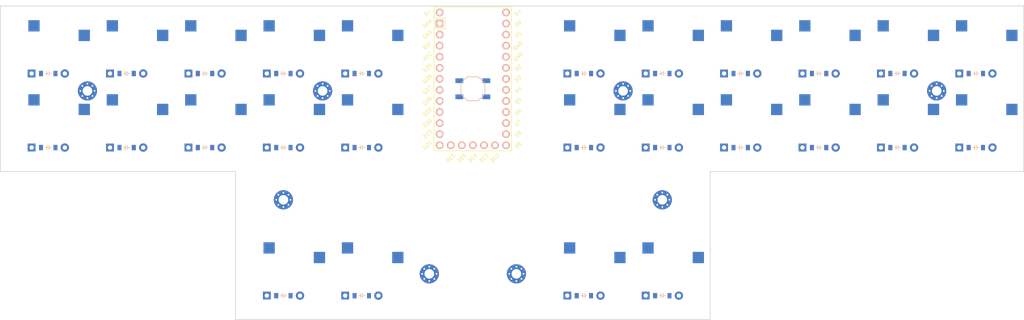
<source format=kicad_pcb>


(kicad_pcb (version 20171130) (host pcbnew 5.1.6)

  (page A3)
  (title_block
    (title "pcb")
    (rev "v1.0.0")
    (company "Unknown")
  )

  (general
    (thickness 1.6)
  )

  (layers
    (0 F.Cu signal)
    (31 B.Cu signal)
    (32 B.Adhes user)
    (33 F.Adhes user)
    (34 B.Paste user)
    (35 F.Paste user)
    (36 B.SilkS user)
    (37 F.SilkS user)
    (38 B.Mask user)
    (39 F.Mask user)
    (40 Dwgs.User user)
    (41 Cmts.User user)
    (42 Eco1.User user)
    (43 Eco2.User user)
    (44 Edge.Cuts user)
    (45 Margin user)
    (46 B.CrtYd user)
    (47 F.CrtYd user)
    (48 B.Fab user)
    (49 F.Fab user)
  )

  (setup
    (last_trace_width 0.25)
    (trace_clearance 0.2)
    (zone_clearance 0.508)
    (zone_45_only no)
    (trace_min 0.2)
    (via_size 0.8)
    (via_drill 0.4)
    (via_min_size 0.4)
    (via_min_drill 0.3)
    (uvia_size 0.3)
    (uvia_drill 0.1)
    (uvias_allowed no)
    (uvia_min_size 0.2)
    (uvia_min_drill 0.1)
    (edge_width 0.05)
    (segment_width 0.2)
    (pcb_text_width 0.3)
    (pcb_text_size 1.5 1.5)
    (mod_edge_width 0.12)
    (mod_text_size 1 1)
    (mod_text_width 0.15)
    (pad_size 1.524 1.524)
    (pad_drill 0.762)
    (pad_to_mask_clearance 0.05)
    (aux_axis_origin 0 0)
    (visible_elements FFFFFF7F)
    (pcbplotparams
      (layerselection 0x010fc_ffffffff)
      (usegerberextensions false)
      (usegerberattributes true)
      (usegerberadvancedattributes true)
      (creategerberjobfile true)
      (excludeedgelayer true)
      (linewidth 0.100000)
      (plotframeref false)
      (viasonmask false)
      (mode 1)
      (useauxorigin false)
      (hpglpennumber 1)
      (hpglpenspeed 20)
      (hpglpendiameter 15.000000)
      (psnegative false)
      (psa4output false)
      (plotreference true)
      (plotvalue true)
      (plotinvisibletext false)
      (padsonsilk false)
      (subtractmaskfromsilk false)
      (outputformat 1)
      (mirror false)
      (drillshape 1)
      (scaleselection 1)
      (outputdirectory ""))
  )

  (net 0 "")
(net 1 "D20")
(net 2 "pinky_lbottom")
(net 3 "pinky_ltop")
(net 4 "D22")
(net 5 "ring_lbottom")
(net 6 "ring_ltop")
(net 7 "D26")
(net 8 "middle_lbottom")
(net 9 "middle_ltop")
(net 10 "D27")
(net 11 "index_lbottom")
(net 12 "index_ltop")
(net 13 "D28")
(net 14 "inner_lbottom")
(net 15 "inner_ltop")
(net 16 "D3")
(net 17 "inner_rbottom")
(net 18 "inner_rtop")
(net 19 "D4")
(net 20 "index_rbottom")
(net 21 "index_rtop")
(net 22 "D5")
(net 23 "middle_rbottom")
(net 24 "middle_rtop")
(net 25 "D6")
(net 26 "ring_rbottom")
(net 27 "ring_rtop")
(net 28 "D7")
(net 29 "pinky_rbottom")
(net 30 "pinky_rtop")
(net 31 "D8")
(net 32 "outer_rbottom")
(net 33 "outer_rtop")
(net 34 "outer_lttop")
(net 35 "inner_lttop")
(net 36 "inner_rttop")
(net 37 "outer_rttop")
(net 38 "D23")
(net 39 "D29")
(net 40 "D9")
(net 41 "D2")
(net 42 "D21")
(net 43 "Dm")
(net 44 "RAW")
(net 45 "GND")
(net 46 "RST")
(net 47 "VCC")
(net 48 "D12")
(net 49 "D13")
(net 50 "D14")
(net 51 "D15")
(net 52 "D16")
(net 53 "Dp")
(net 54 "D0")
(net 55 "D1")

  (net_class Default "This is the default net class."
    (clearance 0.2)
    (trace_width 0.25)
    (via_dia 0.8)
    (via_drill 0.4)
    (uvia_dia 0.3)
    (uvia_drill 0.1)
    (add_net "")
(add_net "D20")
(add_net "pinky_lbottom")
(add_net "pinky_ltop")
(add_net "D22")
(add_net "ring_lbottom")
(add_net "ring_ltop")
(add_net "D26")
(add_net "middle_lbottom")
(add_net "middle_ltop")
(add_net "D27")
(add_net "index_lbottom")
(add_net "index_ltop")
(add_net "D28")
(add_net "inner_lbottom")
(add_net "inner_ltop")
(add_net "D3")
(add_net "inner_rbottom")
(add_net "inner_rtop")
(add_net "D4")
(add_net "index_rbottom")
(add_net "index_rtop")
(add_net "D5")
(add_net "middle_rbottom")
(add_net "middle_rtop")
(add_net "D6")
(add_net "ring_rbottom")
(add_net "ring_rtop")
(add_net "D7")
(add_net "pinky_rbottom")
(add_net "pinky_rtop")
(add_net "D8")
(add_net "outer_rbottom")
(add_net "outer_rtop")
(add_net "outer_lttop")
(add_net "inner_lttop")
(add_net "inner_rttop")
(add_net "outer_rttop")
(add_net "D23")
(add_net "D29")
(add_net "D9")
(add_net "D2")
(add_net "D21")
(add_net "Dm")
(add_net "RAW")
(add_net "GND")
(add_net "RST")
(add_net "VCC")
(add_net "D12")
(add_net "D13")
(add_net "D14")
(add_net "D15")
(add_net "D16")
(add_net "Dp")
(add_net "D0")
(add_net "D1")
  )

  
        
      (module PG1350 (layer F.Cu) (tedit 5DD50112)
      (at 100 100 0)

      
      (fp_text reference "S1" (at 0 0) (layer F.SilkS) hide (effects (font (size 1.27 1.27) (thickness 0.15))))
      (fp_text value "" (at 0 0) (layer F.SilkS) hide (effects (font (size 1.27 1.27) (thickness 0.15))))

      
      (fp_line (start -7 -6) (end -7 -7) (layer Dwgs.User) (width 0.15))
      (fp_line (start -7 7) (end -6 7) (layer Dwgs.User) (width 0.15))
      (fp_line (start -6 -7) (end -7 -7) (layer Dwgs.User) (width 0.15))
      (fp_line (start -7 7) (end -7 6) (layer Dwgs.User) (width 0.15))
      (fp_line (start 7 6) (end 7 7) (layer Dwgs.User) (width 0.15))
      (fp_line (start 7 -7) (end 6 -7) (layer Dwgs.User) (width 0.15))
      (fp_line (start 6 7) (end 7 7) (layer Dwgs.User) (width 0.15))
      (fp_line (start 7 -7) (end 7 -6) (layer Dwgs.User) (width 0.15))      
      
      
      (pad "" np_thru_hole circle (at 0 0) (size 3.429 3.429) (drill 3.429) (layers *.Cu *.Mask))
        
      
      (pad "" np_thru_hole circle (at 5.5 0) (size 1.7018 1.7018) (drill 1.7018) (layers *.Cu *.Mask))
      (pad "" np_thru_hole circle (at -5.5 0) (size 1.7018 1.7018) (drill 1.7018) (layers *.Cu *.Mask))
      
        
      
      (fp_line (start -9 -8.5) (end 9 -8.5) (layer Dwgs.User) (width 0.15))
      (fp_line (start 9 -8.5) (end 9 8.5) (layer Dwgs.User) (width 0.15))
      (fp_line (start 9 8.5) (end -9 8.5) (layer Dwgs.User) (width 0.15))
      (fp_line (start -9 8.5) (end -9 -8.5) (layer Dwgs.User) (width 0.15))
      
        
          
          (pad "" np_thru_hole circle (at 5 -3.75) (size 3 3) (drill 3) (layers *.Cu *.Mask))
          (pad "" np_thru_hole circle (at 0 -5.95) (size 3 3) (drill 3) (layers *.Cu *.Mask))
      
          
          (pad 1 smd rect (at -3.275 -5.95 0) (size 2.6 2.6) (layers B.Cu B.Paste B.Mask)  (net 1 "D20"))
          (pad 2 smd rect (at 8.275 -3.75 0) (size 2.6 2.6) (layers B.Cu B.Paste B.Mask)  (net 2 "pinky_lbottom"))
        )
        

        
      (module PG1350 (layer F.Cu) (tedit 5DD50112)
      (at 100 83 0)

      
      (fp_text reference "S2" (at 0 0) (layer F.SilkS) hide (effects (font (size 1.27 1.27) (thickness 0.15))))
      (fp_text value "" (at 0 0) (layer F.SilkS) hide (effects (font (size 1.27 1.27) (thickness 0.15))))

      
      (fp_line (start -7 -6) (end -7 -7) (layer Dwgs.User) (width 0.15))
      (fp_line (start -7 7) (end -6 7) (layer Dwgs.User) (width 0.15))
      (fp_line (start -6 -7) (end -7 -7) (layer Dwgs.User) (width 0.15))
      (fp_line (start -7 7) (end -7 6) (layer Dwgs.User) (width 0.15))
      (fp_line (start 7 6) (end 7 7) (layer Dwgs.User) (width 0.15))
      (fp_line (start 7 -7) (end 6 -7) (layer Dwgs.User) (width 0.15))
      (fp_line (start 6 7) (end 7 7) (layer Dwgs.User) (width 0.15))
      (fp_line (start 7 -7) (end 7 -6) (layer Dwgs.User) (width 0.15))      
      
      
      (pad "" np_thru_hole circle (at 0 0) (size 3.429 3.429) (drill 3.429) (layers *.Cu *.Mask))
        
      
      (pad "" np_thru_hole circle (at 5.5 0) (size 1.7018 1.7018) (drill 1.7018) (layers *.Cu *.Mask))
      (pad "" np_thru_hole circle (at -5.5 0) (size 1.7018 1.7018) (drill 1.7018) (layers *.Cu *.Mask))
      
        
      
      (fp_line (start -9 -8.5) (end 9 -8.5) (layer Dwgs.User) (width 0.15))
      (fp_line (start 9 -8.5) (end 9 8.5) (layer Dwgs.User) (width 0.15))
      (fp_line (start 9 8.5) (end -9 8.5) (layer Dwgs.User) (width 0.15))
      (fp_line (start -9 8.5) (end -9 -8.5) (layer Dwgs.User) (width 0.15))
      
        
          
          (pad "" np_thru_hole circle (at 5 -3.75) (size 3 3) (drill 3) (layers *.Cu *.Mask))
          (pad "" np_thru_hole circle (at 0 -5.95) (size 3 3) (drill 3) (layers *.Cu *.Mask))
      
          
          (pad 1 smd rect (at -3.275 -5.95 0) (size 2.6 2.6) (layers B.Cu B.Paste B.Mask)  (net 1 "D20"))
          (pad 2 smd rect (at 8.275 -3.75 0) (size 2.6 2.6) (layers B.Cu B.Paste B.Mask)  (net 3 "pinky_ltop"))
        )
        

        
      (module PG1350 (layer F.Cu) (tedit 5DD50112)
      (at 118 100 0)

      
      (fp_text reference "S3" (at 0 0) (layer F.SilkS) hide (effects (font (size 1.27 1.27) (thickness 0.15))))
      (fp_text value "" (at 0 0) (layer F.SilkS) hide (effects (font (size 1.27 1.27) (thickness 0.15))))

      
      (fp_line (start -7 -6) (end -7 -7) (layer Dwgs.User) (width 0.15))
      (fp_line (start -7 7) (end -6 7) (layer Dwgs.User) (width 0.15))
      (fp_line (start -6 -7) (end -7 -7) (layer Dwgs.User) (width 0.15))
      (fp_line (start -7 7) (end -7 6) (layer Dwgs.User) (width 0.15))
      (fp_line (start 7 6) (end 7 7) (layer Dwgs.User) (width 0.15))
      (fp_line (start 7 -7) (end 6 -7) (layer Dwgs.User) (width 0.15))
      (fp_line (start 6 7) (end 7 7) (layer Dwgs.User) (width 0.15))
      (fp_line (start 7 -7) (end 7 -6) (layer Dwgs.User) (width 0.15))      
      
      
      (pad "" np_thru_hole circle (at 0 0) (size 3.429 3.429) (drill 3.429) (layers *.Cu *.Mask))
        
      
      (pad "" np_thru_hole circle (at 5.5 0) (size 1.7018 1.7018) (drill 1.7018) (layers *.Cu *.Mask))
      (pad "" np_thru_hole circle (at -5.5 0) (size 1.7018 1.7018) (drill 1.7018) (layers *.Cu *.Mask))
      
        
      
      (fp_line (start -9 -8.5) (end 9 -8.5) (layer Dwgs.User) (width 0.15))
      (fp_line (start 9 -8.5) (end 9 8.5) (layer Dwgs.User) (width 0.15))
      (fp_line (start 9 8.5) (end -9 8.5) (layer Dwgs.User) (width 0.15))
      (fp_line (start -9 8.5) (end -9 -8.5) (layer Dwgs.User) (width 0.15))
      
        
          
          (pad "" np_thru_hole circle (at 5 -3.75) (size 3 3) (drill 3) (layers *.Cu *.Mask))
          (pad "" np_thru_hole circle (at 0 -5.95) (size 3 3) (drill 3) (layers *.Cu *.Mask))
      
          
          (pad 1 smd rect (at -3.275 -5.95 0) (size 2.6 2.6) (layers B.Cu B.Paste B.Mask)  (net 4 "D22"))
          (pad 2 smd rect (at 8.275 -3.75 0) (size 2.6 2.6) (layers B.Cu B.Paste B.Mask)  (net 5 "ring_lbottom"))
        )
        

        
      (module PG1350 (layer F.Cu) (tedit 5DD50112)
      (at 118 83 0)

      
      (fp_text reference "S4" (at 0 0) (layer F.SilkS) hide (effects (font (size 1.27 1.27) (thickness 0.15))))
      (fp_text value "" (at 0 0) (layer F.SilkS) hide (effects (font (size 1.27 1.27) (thickness 0.15))))

      
      (fp_line (start -7 -6) (end -7 -7) (layer Dwgs.User) (width 0.15))
      (fp_line (start -7 7) (end -6 7) (layer Dwgs.User) (width 0.15))
      (fp_line (start -6 -7) (end -7 -7) (layer Dwgs.User) (width 0.15))
      (fp_line (start -7 7) (end -7 6) (layer Dwgs.User) (width 0.15))
      (fp_line (start 7 6) (end 7 7) (layer Dwgs.User) (width 0.15))
      (fp_line (start 7 -7) (end 6 -7) (layer Dwgs.User) (width 0.15))
      (fp_line (start 6 7) (end 7 7) (layer Dwgs.User) (width 0.15))
      (fp_line (start 7 -7) (end 7 -6) (layer Dwgs.User) (width 0.15))      
      
      
      (pad "" np_thru_hole circle (at 0 0) (size 3.429 3.429) (drill 3.429) (layers *.Cu *.Mask))
        
      
      (pad "" np_thru_hole circle (at 5.5 0) (size 1.7018 1.7018) (drill 1.7018) (layers *.Cu *.Mask))
      (pad "" np_thru_hole circle (at -5.5 0) (size 1.7018 1.7018) (drill 1.7018) (layers *.Cu *.Mask))
      
        
      
      (fp_line (start -9 -8.5) (end 9 -8.5) (layer Dwgs.User) (width 0.15))
      (fp_line (start 9 -8.5) (end 9 8.5) (layer Dwgs.User) (width 0.15))
      (fp_line (start 9 8.5) (end -9 8.5) (layer Dwgs.User) (width 0.15))
      (fp_line (start -9 8.5) (end -9 -8.5) (layer Dwgs.User) (width 0.15))
      
        
          
          (pad "" np_thru_hole circle (at 5 -3.75) (size 3 3) (drill 3) (layers *.Cu *.Mask))
          (pad "" np_thru_hole circle (at 0 -5.95) (size 3 3) (drill 3) (layers *.Cu *.Mask))
      
          
          (pad 1 smd rect (at -3.275 -5.95 0) (size 2.6 2.6) (layers B.Cu B.Paste B.Mask)  (net 4 "D22"))
          (pad 2 smd rect (at 8.275 -3.75 0) (size 2.6 2.6) (layers B.Cu B.Paste B.Mask)  (net 6 "ring_ltop"))
        )
        

        
      (module PG1350 (layer F.Cu) (tedit 5DD50112)
      (at 136 100 0)

      
      (fp_text reference "S5" (at 0 0) (layer F.SilkS) hide (effects (font (size 1.27 1.27) (thickness 0.15))))
      (fp_text value "" (at 0 0) (layer F.SilkS) hide (effects (font (size 1.27 1.27) (thickness 0.15))))

      
      (fp_line (start -7 -6) (end -7 -7) (layer Dwgs.User) (width 0.15))
      (fp_line (start -7 7) (end -6 7) (layer Dwgs.User) (width 0.15))
      (fp_line (start -6 -7) (end -7 -7) (layer Dwgs.User) (width 0.15))
      (fp_line (start -7 7) (end -7 6) (layer Dwgs.User) (width 0.15))
      (fp_line (start 7 6) (end 7 7) (layer Dwgs.User) (width 0.15))
      (fp_line (start 7 -7) (end 6 -7) (layer Dwgs.User) (width 0.15))
      (fp_line (start 6 7) (end 7 7) (layer Dwgs.User) (width 0.15))
      (fp_line (start 7 -7) (end 7 -6) (layer Dwgs.User) (width 0.15))      
      
      
      (pad "" np_thru_hole circle (at 0 0) (size 3.429 3.429) (drill 3.429) (layers *.Cu *.Mask))
        
      
      (pad "" np_thru_hole circle (at 5.5 0) (size 1.7018 1.7018) (drill 1.7018) (layers *.Cu *.Mask))
      (pad "" np_thru_hole circle (at -5.5 0) (size 1.7018 1.7018) (drill 1.7018) (layers *.Cu *.Mask))
      
        
      
      (fp_line (start -9 -8.5) (end 9 -8.5) (layer Dwgs.User) (width 0.15))
      (fp_line (start 9 -8.5) (end 9 8.5) (layer Dwgs.User) (width 0.15))
      (fp_line (start 9 8.5) (end -9 8.5) (layer Dwgs.User) (width 0.15))
      (fp_line (start -9 8.5) (end -9 -8.5) (layer Dwgs.User) (width 0.15))
      
        
          
          (pad "" np_thru_hole circle (at 5 -3.75) (size 3 3) (drill 3) (layers *.Cu *.Mask))
          (pad "" np_thru_hole circle (at 0 -5.95) (size 3 3) (drill 3) (layers *.Cu *.Mask))
      
          
          (pad 1 smd rect (at -3.275 -5.95 0) (size 2.6 2.6) (layers B.Cu B.Paste B.Mask)  (net 7 "D26"))
          (pad 2 smd rect (at 8.275 -3.75 0) (size 2.6 2.6) (layers B.Cu B.Paste B.Mask)  (net 8 "middle_lbottom"))
        )
        

        
      (module PG1350 (layer F.Cu) (tedit 5DD50112)
      (at 136 83 0)

      
      (fp_text reference "S6" (at 0 0) (layer F.SilkS) hide (effects (font (size 1.27 1.27) (thickness 0.15))))
      (fp_text value "" (at 0 0) (layer F.SilkS) hide (effects (font (size 1.27 1.27) (thickness 0.15))))

      
      (fp_line (start -7 -6) (end -7 -7) (layer Dwgs.User) (width 0.15))
      (fp_line (start -7 7) (end -6 7) (layer Dwgs.User) (width 0.15))
      (fp_line (start -6 -7) (end -7 -7) (layer Dwgs.User) (width 0.15))
      (fp_line (start -7 7) (end -7 6) (layer Dwgs.User) (width 0.15))
      (fp_line (start 7 6) (end 7 7) (layer Dwgs.User) (width 0.15))
      (fp_line (start 7 -7) (end 6 -7) (layer Dwgs.User) (width 0.15))
      (fp_line (start 6 7) (end 7 7) (layer Dwgs.User) (width 0.15))
      (fp_line (start 7 -7) (end 7 -6) (layer Dwgs.User) (width 0.15))      
      
      
      (pad "" np_thru_hole circle (at 0 0) (size 3.429 3.429) (drill 3.429) (layers *.Cu *.Mask))
        
      
      (pad "" np_thru_hole circle (at 5.5 0) (size 1.7018 1.7018) (drill 1.7018) (layers *.Cu *.Mask))
      (pad "" np_thru_hole circle (at -5.5 0) (size 1.7018 1.7018) (drill 1.7018) (layers *.Cu *.Mask))
      
        
      
      (fp_line (start -9 -8.5) (end 9 -8.5) (layer Dwgs.User) (width 0.15))
      (fp_line (start 9 -8.5) (end 9 8.5) (layer Dwgs.User) (width 0.15))
      (fp_line (start 9 8.5) (end -9 8.5) (layer Dwgs.User) (width 0.15))
      (fp_line (start -9 8.5) (end -9 -8.5) (layer Dwgs.User) (width 0.15))
      
        
          
          (pad "" np_thru_hole circle (at 5 -3.75) (size 3 3) (drill 3) (layers *.Cu *.Mask))
          (pad "" np_thru_hole circle (at 0 -5.95) (size 3 3) (drill 3) (layers *.Cu *.Mask))
      
          
          (pad 1 smd rect (at -3.275 -5.95 0) (size 2.6 2.6) (layers B.Cu B.Paste B.Mask)  (net 7 "D26"))
          (pad 2 smd rect (at 8.275 -3.75 0) (size 2.6 2.6) (layers B.Cu B.Paste B.Mask)  (net 9 "middle_ltop"))
        )
        

        
      (module PG1350 (layer F.Cu) (tedit 5DD50112)
      (at 154 100 0)

      
      (fp_text reference "S7" (at 0 0) (layer F.SilkS) hide (effects (font (size 1.27 1.27) (thickness 0.15))))
      (fp_text value "" (at 0 0) (layer F.SilkS) hide (effects (font (size 1.27 1.27) (thickness 0.15))))

      
      (fp_line (start -7 -6) (end -7 -7) (layer Dwgs.User) (width 0.15))
      (fp_line (start -7 7) (end -6 7) (layer Dwgs.User) (width 0.15))
      (fp_line (start -6 -7) (end -7 -7) (layer Dwgs.User) (width 0.15))
      (fp_line (start -7 7) (end -7 6) (layer Dwgs.User) (width 0.15))
      (fp_line (start 7 6) (end 7 7) (layer Dwgs.User) (width 0.15))
      (fp_line (start 7 -7) (end 6 -7) (layer Dwgs.User) (width 0.15))
      (fp_line (start 6 7) (end 7 7) (layer Dwgs.User) (width 0.15))
      (fp_line (start 7 -7) (end 7 -6) (layer Dwgs.User) (width 0.15))      
      
      
      (pad "" np_thru_hole circle (at 0 0) (size 3.429 3.429) (drill 3.429) (layers *.Cu *.Mask))
        
      
      (pad "" np_thru_hole circle (at 5.5 0) (size 1.7018 1.7018) (drill 1.7018) (layers *.Cu *.Mask))
      (pad "" np_thru_hole circle (at -5.5 0) (size 1.7018 1.7018) (drill 1.7018) (layers *.Cu *.Mask))
      
        
      
      (fp_line (start -9 -8.5) (end 9 -8.5) (layer Dwgs.User) (width 0.15))
      (fp_line (start 9 -8.5) (end 9 8.5) (layer Dwgs.User) (width 0.15))
      (fp_line (start 9 8.5) (end -9 8.5) (layer Dwgs.User) (width 0.15))
      (fp_line (start -9 8.5) (end -9 -8.5) (layer Dwgs.User) (width 0.15))
      
        
          
          (pad "" np_thru_hole circle (at 5 -3.75) (size 3 3) (drill 3) (layers *.Cu *.Mask))
          (pad "" np_thru_hole circle (at 0 -5.95) (size 3 3) (drill 3) (layers *.Cu *.Mask))
      
          
          (pad 1 smd rect (at -3.275 -5.95 0) (size 2.6 2.6) (layers B.Cu B.Paste B.Mask)  (net 10 "D27"))
          (pad 2 smd rect (at 8.275 -3.75 0) (size 2.6 2.6) (layers B.Cu B.Paste B.Mask)  (net 11 "index_lbottom"))
        )
        

        
      (module PG1350 (layer F.Cu) (tedit 5DD50112)
      (at 154 83 0)

      
      (fp_text reference "S8" (at 0 0) (layer F.SilkS) hide (effects (font (size 1.27 1.27) (thickness 0.15))))
      (fp_text value "" (at 0 0) (layer F.SilkS) hide (effects (font (size 1.27 1.27) (thickness 0.15))))

      
      (fp_line (start -7 -6) (end -7 -7) (layer Dwgs.User) (width 0.15))
      (fp_line (start -7 7) (end -6 7) (layer Dwgs.User) (width 0.15))
      (fp_line (start -6 -7) (end -7 -7) (layer Dwgs.User) (width 0.15))
      (fp_line (start -7 7) (end -7 6) (layer Dwgs.User) (width 0.15))
      (fp_line (start 7 6) (end 7 7) (layer Dwgs.User) (width 0.15))
      (fp_line (start 7 -7) (end 6 -7) (layer Dwgs.User) (width 0.15))
      (fp_line (start 6 7) (end 7 7) (layer Dwgs.User) (width 0.15))
      (fp_line (start 7 -7) (end 7 -6) (layer Dwgs.User) (width 0.15))      
      
      
      (pad "" np_thru_hole circle (at 0 0) (size 3.429 3.429) (drill 3.429) (layers *.Cu *.Mask))
        
      
      (pad "" np_thru_hole circle (at 5.5 0) (size 1.7018 1.7018) (drill 1.7018) (layers *.Cu *.Mask))
      (pad "" np_thru_hole circle (at -5.5 0) (size 1.7018 1.7018) (drill 1.7018) (layers *.Cu *.Mask))
      
        
      
      (fp_line (start -9 -8.5) (end 9 -8.5) (layer Dwgs.User) (width 0.15))
      (fp_line (start 9 -8.5) (end 9 8.5) (layer Dwgs.User) (width 0.15))
      (fp_line (start 9 8.5) (end -9 8.5) (layer Dwgs.User) (width 0.15))
      (fp_line (start -9 8.5) (end -9 -8.5) (layer Dwgs.User) (width 0.15))
      
        
          
          (pad "" np_thru_hole circle (at 5 -3.75) (size 3 3) (drill 3) (layers *.Cu *.Mask))
          (pad "" np_thru_hole circle (at 0 -5.95) (size 3 3) (drill 3) (layers *.Cu *.Mask))
      
          
          (pad 1 smd rect (at -3.275 -5.95 0) (size 2.6 2.6) (layers B.Cu B.Paste B.Mask)  (net 10 "D27"))
          (pad 2 smd rect (at 8.275 -3.75 0) (size 2.6 2.6) (layers B.Cu B.Paste B.Mask)  (net 12 "index_ltop"))
        )
        

        
      (module PG1350 (layer F.Cu) (tedit 5DD50112)
      (at 172 100 0)

      
      (fp_text reference "S9" (at 0 0) (layer F.SilkS) hide (effects (font (size 1.27 1.27) (thickness 0.15))))
      (fp_text value "" (at 0 0) (layer F.SilkS) hide (effects (font (size 1.27 1.27) (thickness 0.15))))

      
      (fp_line (start -7 -6) (end -7 -7) (layer Dwgs.User) (width 0.15))
      (fp_line (start -7 7) (end -6 7) (layer Dwgs.User) (width 0.15))
      (fp_line (start -6 -7) (end -7 -7) (layer Dwgs.User) (width 0.15))
      (fp_line (start -7 7) (end -7 6) (layer Dwgs.User) (width 0.15))
      (fp_line (start 7 6) (end 7 7) (layer Dwgs.User) (width 0.15))
      (fp_line (start 7 -7) (end 6 -7) (layer Dwgs.User) (width 0.15))
      (fp_line (start 6 7) (end 7 7) (layer Dwgs.User) (width 0.15))
      (fp_line (start 7 -7) (end 7 -6) (layer Dwgs.User) (width 0.15))      
      
      
      (pad "" np_thru_hole circle (at 0 0) (size 3.429 3.429) (drill 3.429) (layers *.Cu *.Mask))
        
      
      (pad "" np_thru_hole circle (at 5.5 0) (size 1.7018 1.7018) (drill 1.7018) (layers *.Cu *.Mask))
      (pad "" np_thru_hole circle (at -5.5 0) (size 1.7018 1.7018) (drill 1.7018) (layers *.Cu *.Mask))
      
        
      
      (fp_line (start -9 -8.5) (end 9 -8.5) (layer Dwgs.User) (width 0.15))
      (fp_line (start 9 -8.5) (end 9 8.5) (layer Dwgs.User) (width 0.15))
      (fp_line (start 9 8.5) (end -9 8.5) (layer Dwgs.User) (width 0.15))
      (fp_line (start -9 8.5) (end -9 -8.5) (layer Dwgs.User) (width 0.15))
      
        
          
          (pad "" np_thru_hole circle (at 5 -3.75) (size 3 3) (drill 3) (layers *.Cu *.Mask))
          (pad "" np_thru_hole circle (at 0 -5.95) (size 3 3) (drill 3) (layers *.Cu *.Mask))
      
          
          (pad 1 smd rect (at -3.275 -5.95 0) (size 2.6 2.6) (layers B.Cu B.Paste B.Mask)  (net 13 "D28"))
          (pad 2 smd rect (at 8.275 -3.75 0) (size 2.6 2.6) (layers B.Cu B.Paste B.Mask)  (net 14 "inner_lbottom"))
        )
        

        
      (module PG1350 (layer F.Cu) (tedit 5DD50112)
      (at 172 83 0)

      
      (fp_text reference "S10" (at 0 0) (layer F.SilkS) hide (effects (font (size 1.27 1.27) (thickness 0.15))))
      (fp_text value "" (at 0 0) (layer F.SilkS) hide (effects (font (size 1.27 1.27) (thickness 0.15))))

      
      (fp_line (start -7 -6) (end -7 -7) (layer Dwgs.User) (width 0.15))
      (fp_line (start -7 7) (end -6 7) (layer Dwgs.User) (width 0.15))
      (fp_line (start -6 -7) (end -7 -7) (layer Dwgs.User) (width 0.15))
      (fp_line (start -7 7) (end -7 6) (layer Dwgs.User) (width 0.15))
      (fp_line (start 7 6) (end 7 7) (layer Dwgs.User) (width 0.15))
      (fp_line (start 7 -7) (end 6 -7) (layer Dwgs.User) (width 0.15))
      (fp_line (start 6 7) (end 7 7) (layer Dwgs.User) (width 0.15))
      (fp_line (start 7 -7) (end 7 -6) (layer Dwgs.User) (width 0.15))      
      
      
      (pad "" np_thru_hole circle (at 0 0) (size 3.429 3.429) (drill 3.429) (layers *.Cu *.Mask))
        
      
      (pad "" np_thru_hole circle (at 5.5 0) (size 1.7018 1.7018) (drill 1.7018) (layers *.Cu *.Mask))
      (pad "" np_thru_hole circle (at -5.5 0) (size 1.7018 1.7018) (drill 1.7018) (layers *.Cu *.Mask))
      
        
      
      (fp_line (start -9 -8.5) (end 9 -8.5) (layer Dwgs.User) (width 0.15))
      (fp_line (start 9 -8.5) (end 9 8.5) (layer Dwgs.User) (width 0.15))
      (fp_line (start 9 8.5) (end -9 8.5) (layer Dwgs.User) (width 0.15))
      (fp_line (start -9 8.5) (end -9 -8.5) (layer Dwgs.User) (width 0.15))
      
        
          
          (pad "" np_thru_hole circle (at 5 -3.75) (size 3 3) (drill 3) (layers *.Cu *.Mask))
          (pad "" np_thru_hole circle (at 0 -5.95) (size 3 3) (drill 3) (layers *.Cu *.Mask))
      
          
          (pad 1 smd rect (at -3.275 -5.95 0) (size 2.6 2.6) (layers B.Cu B.Paste B.Mask)  (net 13 "D28"))
          (pad 2 smd rect (at 8.275 -3.75 0) (size 2.6 2.6) (layers B.Cu B.Paste B.Mask)  (net 15 "inner_ltop"))
        )
        

        
      (module PG1350 (layer F.Cu) (tedit 5DD50112)
      (at 223 100 0)

      
      (fp_text reference "S11" (at 0 0) (layer F.SilkS) hide (effects (font (size 1.27 1.27) (thickness 0.15))))
      (fp_text value "" (at 0 0) (layer F.SilkS) hide (effects (font (size 1.27 1.27) (thickness 0.15))))

      
      (fp_line (start -7 -6) (end -7 -7) (layer Dwgs.User) (width 0.15))
      (fp_line (start -7 7) (end -6 7) (layer Dwgs.User) (width 0.15))
      (fp_line (start -6 -7) (end -7 -7) (layer Dwgs.User) (width 0.15))
      (fp_line (start -7 7) (end -7 6) (layer Dwgs.User) (width 0.15))
      (fp_line (start 7 6) (end 7 7) (layer Dwgs.User) (width 0.15))
      (fp_line (start 7 -7) (end 6 -7) (layer Dwgs.User) (width 0.15))
      (fp_line (start 6 7) (end 7 7) (layer Dwgs.User) (width 0.15))
      (fp_line (start 7 -7) (end 7 -6) (layer Dwgs.User) (width 0.15))      
      
      
      (pad "" np_thru_hole circle (at 0 0) (size 3.429 3.429) (drill 3.429) (layers *.Cu *.Mask))
        
      
      (pad "" np_thru_hole circle (at 5.5 0) (size 1.7018 1.7018) (drill 1.7018) (layers *.Cu *.Mask))
      (pad "" np_thru_hole circle (at -5.5 0) (size 1.7018 1.7018) (drill 1.7018) (layers *.Cu *.Mask))
      
        
      
      (fp_line (start -9 -8.5) (end 9 -8.5) (layer Dwgs.User) (width 0.15))
      (fp_line (start 9 -8.5) (end 9 8.5) (layer Dwgs.User) (width 0.15))
      (fp_line (start 9 8.5) (end -9 8.5) (layer Dwgs.User) (width 0.15))
      (fp_line (start -9 8.5) (end -9 -8.5) (layer Dwgs.User) (width 0.15))
      
        
          
          (pad "" np_thru_hole circle (at 5 -3.75) (size 3 3) (drill 3) (layers *.Cu *.Mask))
          (pad "" np_thru_hole circle (at 0 -5.95) (size 3 3) (drill 3) (layers *.Cu *.Mask))
      
          
          (pad 1 smd rect (at -3.275 -5.95 0) (size 2.6 2.6) (layers B.Cu B.Paste B.Mask)  (net 16 "D3"))
          (pad 2 smd rect (at 8.275 -3.75 0) (size 2.6 2.6) (layers B.Cu B.Paste B.Mask)  (net 17 "inner_rbottom"))
        )
        

        
      (module PG1350 (layer F.Cu) (tedit 5DD50112)
      (at 223 83 0)

      
      (fp_text reference "S12" (at 0 0) (layer F.SilkS) hide (effects (font (size 1.27 1.27) (thickness 0.15))))
      (fp_text value "" (at 0 0) (layer F.SilkS) hide (effects (font (size 1.27 1.27) (thickness 0.15))))

      
      (fp_line (start -7 -6) (end -7 -7) (layer Dwgs.User) (width 0.15))
      (fp_line (start -7 7) (end -6 7) (layer Dwgs.User) (width 0.15))
      (fp_line (start -6 -7) (end -7 -7) (layer Dwgs.User) (width 0.15))
      (fp_line (start -7 7) (end -7 6) (layer Dwgs.User) (width 0.15))
      (fp_line (start 7 6) (end 7 7) (layer Dwgs.User) (width 0.15))
      (fp_line (start 7 -7) (end 6 -7) (layer Dwgs.User) (width 0.15))
      (fp_line (start 6 7) (end 7 7) (layer Dwgs.User) (width 0.15))
      (fp_line (start 7 -7) (end 7 -6) (layer Dwgs.User) (width 0.15))      
      
      
      (pad "" np_thru_hole circle (at 0 0) (size 3.429 3.429) (drill 3.429) (layers *.Cu *.Mask))
        
      
      (pad "" np_thru_hole circle (at 5.5 0) (size 1.7018 1.7018) (drill 1.7018) (layers *.Cu *.Mask))
      (pad "" np_thru_hole circle (at -5.5 0) (size 1.7018 1.7018) (drill 1.7018) (layers *.Cu *.Mask))
      
        
      
      (fp_line (start -9 -8.5) (end 9 -8.5) (layer Dwgs.User) (width 0.15))
      (fp_line (start 9 -8.5) (end 9 8.5) (layer Dwgs.User) (width 0.15))
      (fp_line (start 9 8.5) (end -9 8.5) (layer Dwgs.User) (width 0.15))
      (fp_line (start -9 8.5) (end -9 -8.5) (layer Dwgs.User) (width 0.15))
      
        
          
          (pad "" np_thru_hole circle (at 5 -3.75) (size 3 3) (drill 3) (layers *.Cu *.Mask))
          (pad "" np_thru_hole circle (at 0 -5.95) (size 3 3) (drill 3) (layers *.Cu *.Mask))
      
          
          (pad 1 smd rect (at -3.275 -5.95 0) (size 2.6 2.6) (layers B.Cu B.Paste B.Mask)  (net 16 "D3"))
          (pad 2 smd rect (at 8.275 -3.75 0) (size 2.6 2.6) (layers B.Cu B.Paste B.Mask)  (net 18 "inner_rtop"))
        )
        

        
      (module PG1350 (layer F.Cu) (tedit 5DD50112)
      (at 241 100 0)

      
      (fp_text reference "S13" (at 0 0) (layer F.SilkS) hide (effects (font (size 1.27 1.27) (thickness 0.15))))
      (fp_text value "" (at 0 0) (layer F.SilkS) hide (effects (font (size 1.27 1.27) (thickness 0.15))))

      
      (fp_line (start -7 -6) (end -7 -7) (layer Dwgs.User) (width 0.15))
      (fp_line (start -7 7) (end -6 7) (layer Dwgs.User) (width 0.15))
      (fp_line (start -6 -7) (end -7 -7) (layer Dwgs.User) (width 0.15))
      (fp_line (start -7 7) (end -7 6) (layer Dwgs.User) (width 0.15))
      (fp_line (start 7 6) (end 7 7) (layer Dwgs.User) (width 0.15))
      (fp_line (start 7 -7) (end 6 -7) (layer Dwgs.User) (width 0.15))
      (fp_line (start 6 7) (end 7 7) (layer Dwgs.User) (width 0.15))
      (fp_line (start 7 -7) (end 7 -6) (layer Dwgs.User) (width 0.15))      
      
      
      (pad "" np_thru_hole circle (at 0 0) (size 3.429 3.429) (drill 3.429) (layers *.Cu *.Mask))
        
      
      (pad "" np_thru_hole circle (at 5.5 0) (size 1.7018 1.7018) (drill 1.7018) (layers *.Cu *.Mask))
      (pad "" np_thru_hole circle (at -5.5 0) (size 1.7018 1.7018) (drill 1.7018) (layers *.Cu *.Mask))
      
        
      
      (fp_line (start -9 -8.5) (end 9 -8.5) (layer Dwgs.User) (width 0.15))
      (fp_line (start 9 -8.5) (end 9 8.5) (layer Dwgs.User) (width 0.15))
      (fp_line (start 9 8.5) (end -9 8.5) (layer Dwgs.User) (width 0.15))
      (fp_line (start -9 8.5) (end -9 -8.5) (layer Dwgs.User) (width 0.15))
      
        
          
          (pad "" np_thru_hole circle (at 5 -3.75) (size 3 3) (drill 3) (layers *.Cu *.Mask))
          (pad "" np_thru_hole circle (at 0 -5.95) (size 3 3) (drill 3) (layers *.Cu *.Mask))
      
          
          (pad 1 smd rect (at -3.275 -5.95 0) (size 2.6 2.6) (layers B.Cu B.Paste B.Mask)  (net 19 "D4"))
          (pad 2 smd rect (at 8.275 -3.75 0) (size 2.6 2.6) (layers B.Cu B.Paste B.Mask)  (net 20 "index_rbottom"))
        )
        

        
      (module PG1350 (layer F.Cu) (tedit 5DD50112)
      (at 241 83 0)

      
      (fp_text reference "S14" (at 0 0) (layer F.SilkS) hide (effects (font (size 1.27 1.27) (thickness 0.15))))
      (fp_text value "" (at 0 0) (layer F.SilkS) hide (effects (font (size 1.27 1.27) (thickness 0.15))))

      
      (fp_line (start -7 -6) (end -7 -7) (layer Dwgs.User) (width 0.15))
      (fp_line (start -7 7) (end -6 7) (layer Dwgs.User) (width 0.15))
      (fp_line (start -6 -7) (end -7 -7) (layer Dwgs.User) (width 0.15))
      (fp_line (start -7 7) (end -7 6) (layer Dwgs.User) (width 0.15))
      (fp_line (start 7 6) (end 7 7) (layer Dwgs.User) (width 0.15))
      (fp_line (start 7 -7) (end 6 -7) (layer Dwgs.User) (width 0.15))
      (fp_line (start 6 7) (end 7 7) (layer Dwgs.User) (width 0.15))
      (fp_line (start 7 -7) (end 7 -6) (layer Dwgs.User) (width 0.15))      
      
      
      (pad "" np_thru_hole circle (at 0 0) (size 3.429 3.429) (drill 3.429) (layers *.Cu *.Mask))
        
      
      (pad "" np_thru_hole circle (at 5.5 0) (size 1.7018 1.7018) (drill 1.7018) (layers *.Cu *.Mask))
      (pad "" np_thru_hole circle (at -5.5 0) (size 1.7018 1.7018) (drill 1.7018) (layers *.Cu *.Mask))
      
        
      
      (fp_line (start -9 -8.5) (end 9 -8.5) (layer Dwgs.User) (width 0.15))
      (fp_line (start 9 -8.5) (end 9 8.5) (layer Dwgs.User) (width 0.15))
      (fp_line (start 9 8.5) (end -9 8.5) (layer Dwgs.User) (width 0.15))
      (fp_line (start -9 8.5) (end -9 -8.5) (layer Dwgs.User) (width 0.15))
      
        
          
          (pad "" np_thru_hole circle (at 5 -3.75) (size 3 3) (drill 3) (layers *.Cu *.Mask))
          (pad "" np_thru_hole circle (at 0 -5.95) (size 3 3) (drill 3) (layers *.Cu *.Mask))
      
          
          (pad 1 smd rect (at -3.275 -5.95 0) (size 2.6 2.6) (layers B.Cu B.Paste B.Mask)  (net 19 "D4"))
          (pad 2 smd rect (at 8.275 -3.75 0) (size 2.6 2.6) (layers B.Cu B.Paste B.Mask)  (net 21 "index_rtop"))
        )
        

        
      (module PG1350 (layer F.Cu) (tedit 5DD50112)
      (at 259 100 0)

      
      (fp_text reference "S15" (at 0 0) (layer F.SilkS) hide (effects (font (size 1.27 1.27) (thickness 0.15))))
      (fp_text value "" (at 0 0) (layer F.SilkS) hide (effects (font (size 1.27 1.27) (thickness 0.15))))

      
      (fp_line (start -7 -6) (end -7 -7) (layer Dwgs.User) (width 0.15))
      (fp_line (start -7 7) (end -6 7) (layer Dwgs.User) (width 0.15))
      (fp_line (start -6 -7) (end -7 -7) (layer Dwgs.User) (width 0.15))
      (fp_line (start -7 7) (end -7 6) (layer Dwgs.User) (width 0.15))
      (fp_line (start 7 6) (end 7 7) (layer Dwgs.User) (width 0.15))
      (fp_line (start 7 -7) (end 6 -7) (layer Dwgs.User) (width 0.15))
      (fp_line (start 6 7) (end 7 7) (layer Dwgs.User) (width 0.15))
      (fp_line (start 7 -7) (end 7 -6) (layer Dwgs.User) (width 0.15))      
      
      
      (pad "" np_thru_hole circle (at 0 0) (size 3.429 3.429) (drill 3.429) (layers *.Cu *.Mask))
        
      
      (pad "" np_thru_hole circle (at 5.5 0) (size 1.7018 1.7018) (drill 1.7018) (layers *.Cu *.Mask))
      (pad "" np_thru_hole circle (at -5.5 0) (size 1.7018 1.7018) (drill 1.7018) (layers *.Cu *.Mask))
      
        
      
      (fp_line (start -9 -8.5) (end 9 -8.5) (layer Dwgs.User) (width 0.15))
      (fp_line (start 9 -8.5) (end 9 8.5) (layer Dwgs.User) (width 0.15))
      (fp_line (start 9 8.5) (end -9 8.5) (layer Dwgs.User) (width 0.15))
      (fp_line (start -9 8.5) (end -9 -8.5) (layer Dwgs.User) (width 0.15))
      
        
          
          (pad "" np_thru_hole circle (at 5 -3.75) (size 3 3) (drill 3) (layers *.Cu *.Mask))
          (pad "" np_thru_hole circle (at 0 -5.95) (size 3 3) (drill 3) (layers *.Cu *.Mask))
      
          
          (pad 1 smd rect (at -3.275 -5.95 0) (size 2.6 2.6) (layers B.Cu B.Paste B.Mask)  (net 22 "D5"))
          (pad 2 smd rect (at 8.275 -3.75 0) (size 2.6 2.6) (layers B.Cu B.Paste B.Mask)  (net 23 "middle_rbottom"))
        )
        

        
      (module PG1350 (layer F.Cu) (tedit 5DD50112)
      (at 259 83 0)

      
      (fp_text reference "S16" (at 0 0) (layer F.SilkS) hide (effects (font (size 1.27 1.27) (thickness 0.15))))
      (fp_text value "" (at 0 0) (layer F.SilkS) hide (effects (font (size 1.27 1.27) (thickness 0.15))))

      
      (fp_line (start -7 -6) (end -7 -7) (layer Dwgs.User) (width 0.15))
      (fp_line (start -7 7) (end -6 7) (layer Dwgs.User) (width 0.15))
      (fp_line (start -6 -7) (end -7 -7) (layer Dwgs.User) (width 0.15))
      (fp_line (start -7 7) (end -7 6) (layer Dwgs.User) (width 0.15))
      (fp_line (start 7 6) (end 7 7) (layer Dwgs.User) (width 0.15))
      (fp_line (start 7 -7) (end 6 -7) (layer Dwgs.User) (width 0.15))
      (fp_line (start 6 7) (end 7 7) (layer Dwgs.User) (width 0.15))
      (fp_line (start 7 -7) (end 7 -6) (layer Dwgs.User) (width 0.15))      
      
      
      (pad "" np_thru_hole circle (at 0 0) (size 3.429 3.429) (drill 3.429) (layers *.Cu *.Mask))
        
      
      (pad "" np_thru_hole circle (at 5.5 0) (size 1.7018 1.7018) (drill 1.7018) (layers *.Cu *.Mask))
      (pad "" np_thru_hole circle (at -5.5 0) (size 1.7018 1.7018) (drill 1.7018) (layers *.Cu *.Mask))
      
        
      
      (fp_line (start -9 -8.5) (end 9 -8.5) (layer Dwgs.User) (width 0.15))
      (fp_line (start 9 -8.5) (end 9 8.5) (layer Dwgs.User) (width 0.15))
      (fp_line (start 9 8.5) (end -9 8.5) (layer Dwgs.User) (width 0.15))
      (fp_line (start -9 8.5) (end -9 -8.5) (layer Dwgs.User) (width 0.15))
      
        
          
          (pad "" np_thru_hole circle (at 5 -3.75) (size 3 3) (drill 3) (layers *.Cu *.Mask))
          (pad "" np_thru_hole circle (at 0 -5.95) (size 3 3) (drill 3) (layers *.Cu *.Mask))
      
          
          (pad 1 smd rect (at -3.275 -5.95 0) (size 2.6 2.6) (layers B.Cu B.Paste B.Mask)  (net 22 "D5"))
          (pad 2 smd rect (at 8.275 -3.75 0) (size 2.6 2.6) (layers B.Cu B.Paste B.Mask)  (net 24 "middle_rtop"))
        )
        

        
      (module PG1350 (layer F.Cu) (tedit 5DD50112)
      (at 277 100 0)

      
      (fp_text reference "S17" (at 0 0) (layer F.SilkS) hide (effects (font (size 1.27 1.27) (thickness 0.15))))
      (fp_text value "" (at 0 0) (layer F.SilkS) hide (effects (font (size 1.27 1.27) (thickness 0.15))))

      
      (fp_line (start -7 -6) (end -7 -7) (layer Dwgs.User) (width 0.15))
      (fp_line (start -7 7) (end -6 7) (layer Dwgs.User) (width 0.15))
      (fp_line (start -6 -7) (end -7 -7) (layer Dwgs.User) (width 0.15))
      (fp_line (start -7 7) (end -7 6) (layer Dwgs.User) (width 0.15))
      (fp_line (start 7 6) (end 7 7) (layer Dwgs.User) (width 0.15))
      (fp_line (start 7 -7) (end 6 -7) (layer Dwgs.User) (width 0.15))
      (fp_line (start 6 7) (end 7 7) (layer Dwgs.User) (width 0.15))
      (fp_line (start 7 -7) (end 7 -6) (layer Dwgs.User) (width 0.15))      
      
      
      (pad "" np_thru_hole circle (at 0 0) (size 3.429 3.429) (drill 3.429) (layers *.Cu *.Mask))
        
      
      (pad "" np_thru_hole circle (at 5.5 0) (size 1.7018 1.7018) (drill 1.7018) (layers *.Cu *.Mask))
      (pad "" np_thru_hole circle (at -5.5 0) (size 1.7018 1.7018) (drill 1.7018) (layers *.Cu *.Mask))
      
        
      
      (fp_line (start -9 -8.5) (end 9 -8.5) (layer Dwgs.User) (width 0.15))
      (fp_line (start 9 -8.5) (end 9 8.5) (layer Dwgs.User) (width 0.15))
      (fp_line (start 9 8.5) (end -9 8.5) (layer Dwgs.User) (width 0.15))
      (fp_line (start -9 8.5) (end -9 -8.5) (layer Dwgs.User) (width 0.15))
      
        
          
          (pad "" np_thru_hole circle (at 5 -3.75) (size 3 3) (drill 3) (layers *.Cu *.Mask))
          (pad "" np_thru_hole circle (at 0 -5.95) (size 3 3) (drill 3) (layers *.Cu *.Mask))
      
          
          (pad 1 smd rect (at -3.275 -5.95 0) (size 2.6 2.6) (layers B.Cu B.Paste B.Mask)  (net 25 "D6"))
          (pad 2 smd rect (at 8.275 -3.75 0) (size 2.6 2.6) (layers B.Cu B.Paste B.Mask)  (net 26 "ring_rbottom"))
        )
        

        
      (module PG1350 (layer F.Cu) (tedit 5DD50112)
      (at 277 83 0)

      
      (fp_text reference "S18" (at 0 0) (layer F.SilkS) hide (effects (font (size 1.27 1.27) (thickness 0.15))))
      (fp_text value "" (at 0 0) (layer F.SilkS) hide (effects (font (size 1.27 1.27) (thickness 0.15))))

      
      (fp_line (start -7 -6) (end -7 -7) (layer Dwgs.User) (width 0.15))
      (fp_line (start -7 7) (end -6 7) (layer Dwgs.User) (width 0.15))
      (fp_line (start -6 -7) (end -7 -7) (layer Dwgs.User) (width 0.15))
      (fp_line (start -7 7) (end -7 6) (layer Dwgs.User) (width 0.15))
      (fp_line (start 7 6) (end 7 7) (layer Dwgs.User) (width 0.15))
      (fp_line (start 7 -7) (end 6 -7) (layer Dwgs.User) (width 0.15))
      (fp_line (start 6 7) (end 7 7) (layer Dwgs.User) (width 0.15))
      (fp_line (start 7 -7) (end 7 -6) (layer Dwgs.User) (width 0.15))      
      
      
      (pad "" np_thru_hole circle (at 0 0) (size 3.429 3.429) (drill 3.429) (layers *.Cu *.Mask))
        
      
      (pad "" np_thru_hole circle (at 5.5 0) (size 1.7018 1.7018) (drill 1.7018) (layers *.Cu *.Mask))
      (pad "" np_thru_hole circle (at -5.5 0) (size 1.7018 1.7018) (drill 1.7018) (layers *.Cu *.Mask))
      
        
      
      (fp_line (start -9 -8.5) (end 9 -8.5) (layer Dwgs.User) (width 0.15))
      (fp_line (start 9 -8.5) (end 9 8.5) (layer Dwgs.User) (width 0.15))
      (fp_line (start 9 8.5) (end -9 8.5) (layer Dwgs.User) (width 0.15))
      (fp_line (start -9 8.5) (end -9 -8.5) (layer Dwgs.User) (width 0.15))
      
        
          
          (pad "" np_thru_hole circle (at 5 -3.75) (size 3 3) (drill 3) (layers *.Cu *.Mask))
          (pad "" np_thru_hole circle (at 0 -5.95) (size 3 3) (drill 3) (layers *.Cu *.Mask))
      
          
          (pad 1 smd rect (at -3.275 -5.95 0) (size 2.6 2.6) (layers B.Cu B.Paste B.Mask)  (net 25 "D6"))
          (pad 2 smd rect (at 8.275 -3.75 0) (size 2.6 2.6) (layers B.Cu B.Paste B.Mask)  (net 27 "ring_rtop"))
        )
        

        
      (module PG1350 (layer F.Cu) (tedit 5DD50112)
      (at 295 100 0)

      
      (fp_text reference "S19" (at 0 0) (layer F.SilkS) hide (effects (font (size 1.27 1.27) (thickness 0.15))))
      (fp_text value "" (at 0 0) (layer F.SilkS) hide (effects (font (size 1.27 1.27) (thickness 0.15))))

      
      (fp_line (start -7 -6) (end -7 -7) (layer Dwgs.User) (width 0.15))
      (fp_line (start -7 7) (end -6 7) (layer Dwgs.User) (width 0.15))
      (fp_line (start -6 -7) (end -7 -7) (layer Dwgs.User) (width 0.15))
      (fp_line (start -7 7) (end -7 6) (layer Dwgs.User) (width 0.15))
      (fp_line (start 7 6) (end 7 7) (layer Dwgs.User) (width 0.15))
      (fp_line (start 7 -7) (end 6 -7) (layer Dwgs.User) (width 0.15))
      (fp_line (start 6 7) (end 7 7) (layer Dwgs.User) (width 0.15))
      (fp_line (start 7 -7) (end 7 -6) (layer Dwgs.User) (width 0.15))      
      
      
      (pad "" np_thru_hole circle (at 0 0) (size 3.429 3.429) (drill 3.429) (layers *.Cu *.Mask))
        
      
      (pad "" np_thru_hole circle (at 5.5 0) (size 1.7018 1.7018) (drill 1.7018) (layers *.Cu *.Mask))
      (pad "" np_thru_hole circle (at -5.5 0) (size 1.7018 1.7018) (drill 1.7018) (layers *.Cu *.Mask))
      
        
      
      (fp_line (start -9 -8.5) (end 9 -8.5) (layer Dwgs.User) (width 0.15))
      (fp_line (start 9 -8.5) (end 9 8.5) (layer Dwgs.User) (width 0.15))
      (fp_line (start 9 8.5) (end -9 8.5) (layer Dwgs.User) (width 0.15))
      (fp_line (start -9 8.5) (end -9 -8.5) (layer Dwgs.User) (width 0.15))
      
        
          
          (pad "" np_thru_hole circle (at 5 -3.75) (size 3 3) (drill 3) (layers *.Cu *.Mask))
          (pad "" np_thru_hole circle (at 0 -5.95) (size 3 3) (drill 3) (layers *.Cu *.Mask))
      
          
          (pad 1 smd rect (at -3.275 -5.95 0) (size 2.6 2.6) (layers B.Cu B.Paste B.Mask)  (net 28 "D7"))
          (pad 2 smd rect (at 8.275 -3.75 0) (size 2.6 2.6) (layers B.Cu B.Paste B.Mask)  (net 29 "pinky_rbottom"))
        )
        

        
      (module PG1350 (layer F.Cu) (tedit 5DD50112)
      (at 295 83 0)

      
      (fp_text reference "S20" (at 0 0) (layer F.SilkS) hide (effects (font (size 1.27 1.27) (thickness 0.15))))
      (fp_text value "" (at 0 0) (layer F.SilkS) hide (effects (font (size 1.27 1.27) (thickness 0.15))))

      
      (fp_line (start -7 -6) (end -7 -7) (layer Dwgs.User) (width 0.15))
      (fp_line (start -7 7) (end -6 7) (layer Dwgs.User) (width 0.15))
      (fp_line (start -6 -7) (end -7 -7) (layer Dwgs.User) (width 0.15))
      (fp_line (start -7 7) (end -7 6) (layer Dwgs.User) (width 0.15))
      (fp_line (start 7 6) (end 7 7) (layer Dwgs.User) (width 0.15))
      (fp_line (start 7 -7) (end 6 -7) (layer Dwgs.User) (width 0.15))
      (fp_line (start 6 7) (end 7 7) (layer Dwgs.User) (width 0.15))
      (fp_line (start 7 -7) (end 7 -6) (layer Dwgs.User) (width 0.15))      
      
      
      (pad "" np_thru_hole circle (at 0 0) (size 3.429 3.429) (drill 3.429) (layers *.Cu *.Mask))
        
      
      (pad "" np_thru_hole circle (at 5.5 0) (size 1.7018 1.7018) (drill 1.7018) (layers *.Cu *.Mask))
      (pad "" np_thru_hole circle (at -5.5 0) (size 1.7018 1.7018) (drill 1.7018) (layers *.Cu *.Mask))
      
        
      
      (fp_line (start -9 -8.5) (end 9 -8.5) (layer Dwgs.User) (width 0.15))
      (fp_line (start 9 -8.5) (end 9 8.5) (layer Dwgs.User) (width 0.15))
      (fp_line (start 9 8.5) (end -9 8.5) (layer Dwgs.User) (width 0.15))
      (fp_line (start -9 8.5) (end -9 -8.5) (layer Dwgs.User) (width 0.15))
      
        
          
          (pad "" np_thru_hole circle (at 5 -3.75) (size 3 3) (drill 3) (layers *.Cu *.Mask))
          (pad "" np_thru_hole circle (at 0 -5.95) (size 3 3) (drill 3) (layers *.Cu *.Mask))
      
          
          (pad 1 smd rect (at -3.275 -5.95 0) (size 2.6 2.6) (layers B.Cu B.Paste B.Mask)  (net 28 "D7"))
          (pad 2 smd rect (at 8.275 -3.75 0) (size 2.6 2.6) (layers B.Cu B.Paste B.Mask)  (net 30 "pinky_rtop"))
        )
        

        
      (module PG1350 (layer F.Cu) (tedit 5DD50112)
      (at 313 100 0)

      
      (fp_text reference "S21" (at 0 0) (layer F.SilkS) hide (effects (font (size 1.27 1.27) (thickness 0.15))))
      (fp_text value "" (at 0 0) (layer F.SilkS) hide (effects (font (size 1.27 1.27) (thickness 0.15))))

      
      (fp_line (start -7 -6) (end -7 -7) (layer Dwgs.User) (width 0.15))
      (fp_line (start -7 7) (end -6 7) (layer Dwgs.User) (width 0.15))
      (fp_line (start -6 -7) (end -7 -7) (layer Dwgs.User) (width 0.15))
      (fp_line (start -7 7) (end -7 6) (layer Dwgs.User) (width 0.15))
      (fp_line (start 7 6) (end 7 7) (layer Dwgs.User) (width 0.15))
      (fp_line (start 7 -7) (end 6 -7) (layer Dwgs.User) (width 0.15))
      (fp_line (start 6 7) (end 7 7) (layer Dwgs.User) (width 0.15))
      (fp_line (start 7 -7) (end 7 -6) (layer Dwgs.User) (width 0.15))      
      
      
      (pad "" np_thru_hole circle (at 0 0) (size 3.429 3.429) (drill 3.429) (layers *.Cu *.Mask))
        
      
      (pad "" np_thru_hole circle (at 5.5 0) (size 1.7018 1.7018) (drill 1.7018) (layers *.Cu *.Mask))
      (pad "" np_thru_hole circle (at -5.5 0) (size 1.7018 1.7018) (drill 1.7018) (layers *.Cu *.Mask))
      
        
      
      (fp_line (start -9 -8.5) (end 9 -8.5) (layer Dwgs.User) (width 0.15))
      (fp_line (start 9 -8.5) (end 9 8.5) (layer Dwgs.User) (width 0.15))
      (fp_line (start 9 8.5) (end -9 8.5) (layer Dwgs.User) (width 0.15))
      (fp_line (start -9 8.5) (end -9 -8.5) (layer Dwgs.User) (width 0.15))
      
        
          
          (pad "" np_thru_hole circle (at 5 -3.75) (size 3 3) (drill 3) (layers *.Cu *.Mask))
          (pad "" np_thru_hole circle (at 0 -5.95) (size 3 3) (drill 3) (layers *.Cu *.Mask))
      
          
          (pad 1 smd rect (at -3.275 -5.95 0) (size 2.6 2.6) (layers B.Cu B.Paste B.Mask)  (net 31 "D8"))
          (pad 2 smd rect (at 8.275 -3.75 0) (size 2.6 2.6) (layers B.Cu B.Paste B.Mask)  (net 32 "outer_rbottom"))
        )
        

        
      (module PG1350 (layer F.Cu) (tedit 5DD50112)
      (at 313 83 0)

      
      (fp_text reference "S22" (at 0 0) (layer F.SilkS) hide (effects (font (size 1.27 1.27) (thickness 0.15))))
      (fp_text value "" (at 0 0) (layer F.SilkS) hide (effects (font (size 1.27 1.27) (thickness 0.15))))

      
      (fp_line (start -7 -6) (end -7 -7) (layer Dwgs.User) (width 0.15))
      (fp_line (start -7 7) (end -6 7) (layer Dwgs.User) (width 0.15))
      (fp_line (start -6 -7) (end -7 -7) (layer Dwgs.User) (width 0.15))
      (fp_line (start -7 7) (end -7 6) (layer Dwgs.User) (width 0.15))
      (fp_line (start 7 6) (end 7 7) (layer Dwgs.User) (width 0.15))
      (fp_line (start 7 -7) (end 6 -7) (layer Dwgs.User) (width 0.15))
      (fp_line (start 6 7) (end 7 7) (layer Dwgs.User) (width 0.15))
      (fp_line (start 7 -7) (end 7 -6) (layer Dwgs.User) (width 0.15))      
      
      
      (pad "" np_thru_hole circle (at 0 0) (size 3.429 3.429) (drill 3.429) (layers *.Cu *.Mask))
        
      
      (pad "" np_thru_hole circle (at 5.5 0) (size 1.7018 1.7018) (drill 1.7018) (layers *.Cu *.Mask))
      (pad "" np_thru_hole circle (at -5.5 0) (size 1.7018 1.7018) (drill 1.7018) (layers *.Cu *.Mask))
      
        
      
      (fp_line (start -9 -8.5) (end 9 -8.5) (layer Dwgs.User) (width 0.15))
      (fp_line (start 9 -8.5) (end 9 8.5) (layer Dwgs.User) (width 0.15))
      (fp_line (start 9 8.5) (end -9 8.5) (layer Dwgs.User) (width 0.15))
      (fp_line (start -9 8.5) (end -9 -8.5) (layer Dwgs.User) (width 0.15))
      
        
          
          (pad "" np_thru_hole circle (at 5 -3.75) (size 3 3) (drill 3) (layers *.Cu *.Mask))
          (pad "" np_thru_hole circle (at 0 -5.95) (size 3 3) (drill 3) (layers *.Cu *.Mask))
      
          
          (pad 1 smd rect (at -3.275 -5.95 0) (size 2.6 2.6) (layers B.Cu B.Paste B.Mask)  (net 31 "D8"))
          (pad 2 smd rect (at 8.275 -3.75 0) (size 2.6 2.6) (layers B.Cu B.Paste B.Mask)  (net 33 "outer_rtop"))
        )
        

        
      (module PG1350 (layer F.Cu) (tedit 5DD50112)
      (at 154 134 0)

      
      (fp_text reference "S23" (at 0 0) (layer F.SilkS) hide (effects (font (size 1.27 1.27) (thickness 0.15))))
      (fp_text value "" (at 0 0) (layer F.SilkS) hide (effects (font (size 1.27 1.27) (thickness 0.15))))

      
      (fp_line (start -7 -6) (end -7 -7) (layer Dwgs.User) (width 0.15))
      (fp_line (start -7 7) (end -6 7) (layer Dwgs.User) (width 0.15))
      (fp_line (start -6 -7) (end -7 -7) (layer Dwgs.User) (width 0.15))
      (fp_line (start -7 7) (end -7 6) (layer Dwgs.User) (width 0.15))
      (fp_line (start 7 6) (end 7 7) (layer Dwgs.User) (width 0.15))
      (fp_line (start 7 -7) (end 6 -7) (layer Dwgs.User) (width 0.15))
      (fp_line (start 6 7) (end 7 7) (layer Dwgs.User) (width 0.15))
      (fp_line (start 7 -7) (end 7 -6) (layer Dwgs.User) (width 0.15))      
      
      
      (pad "" np_thru_hole circle (at 0 0) (size 3.429 3.429) (drill 3.429) (layers *.Cu *.Mask))
        
      
      (pad "" np_thru_hole circle (at 5.5 0) (size 1.7018 1.7018) (drill 1.7018) (layers *.Cu *.Mask))
      (pad "" np_thru_hole circle (at -5.5 0) (size 1.7018 1.7018) (drill 1.7018) (layers *.Cu *.Mask))
      
        
      
      (fp_line (start -9 -8.5) (end 9 -8.5) (layer Dwgs.User) (width 0.15))
      (fp_line (start 9 -8.5) (end 9 8.5) (layer Dwgs.User) (width 0.15))
      (fp_line (start 9 8.5) (end -9 8.5) (layer Dwgs.User) (width 0.15))
      (fp_line (start -9 8.5) (end -9 -8.5) (layer Dwgs.User) (width 0.15))
      
        
          
          (pad "" np_thru_hole circle (at 5 -3.75) (size 3 3) (drill 3) (layers *.Cu *.Mask))
          (pad "" np_thru_hole circle (at 0 -5.95) (size 3 3) (drill 3) (layers *.Cu *.Mask))
      
          
          (pad 1 smd rect (at -3.275 -5.95 0) (size 2.6 2.6) (layers B.Cu B.Paste B.Mask)  (net 10 "D27"))
          (pad 2 smd rect (at 8.275 -3.75 0) (size 2.6 2.6) (layers B.Cu B.Paste B.Mask)  (net 34 "outer_lttop"))
        )
        

        
      (module PG1350 (layer F.Cu) (tedit 5DD50112)
      (at 172 134 0)

      
      (fp_text reference "S24" (at 0 0) (layer F.SilkS) hide (effects (font (size 1.27 1.27) (thickness 0.15))))
      (fp_text value "" (at 0 0) (layer F.SilkS) hide (effects (font (size 1.27 1.27) (thickness 0.15))))

      
      (fp_line (start -7 -6) (end -7 -7) (layer Dwgs.User) (width 0.15))
      (fp_line (start -7 7) (end -6 7) (layer Dwgs.User) (width 0.15))
      (fp_line (start -6 -7) (end -7 -7) (layer Dwgs.User) (width 0.15))
      (fp_line (start -7 7) (end -7 6) (layer Dwgs.User) (width 0.15))
      (fp_line (start 7 6) (end 7 7) (layer Dwgs.User) (width 0.15))
      (fp_line (start 7 -7) (end 6 -7) (layer Dwgs.User) (width 0.15))
      (fp_line (start 6 7) (end 7 7) (layer Dwgs.User) (width 0.15))
      (fp_line (start 7 -7) (end 7 -6) (layer Dwgs.User) (width 0.15))      
      
      
      (pad "" np_thru_hole circle (at 0 0) (size 3.429 3.429) (drill 3.429) (layers *.Cu *.Mask))
        
      
      (pad "" np_thru_hole circle (at 5.5 0) (size 1.7018 1.7018) (drill 1.7018) (layers *.Cu *.Mask))
      (pad "" np_thru_hole circle (at -5.5 0) (size 1.7018 1.7018) (drill 1.7018) (layers *.Cu *.Mask))
      
        
      
      (fp_line (start -9 -8.5) (end 9 -8.5) (layer Dwgs.User) (width 0.15))
      (fp_line (start 9 -8.5) (end 9 8.5) (layer Dwgs.User) (width 0.15))
      (fp_line (start 9 8.5) (end -9 8.5) (layer Dwgs.User) (width 0.15))
      (fp_line (start -9 8.5) (end -9 -8.5) (layer Dwgs.User) (width 0.15))
      
        
          
          (pad "" np_thru_hole circle (at 5 -3.75) (size 3 3) (drill 3) (layers *.Cu *.Mask))
          (pad "" np_thru_hole circle (at 0 -5.95) (size 3 3) (drill 3) (layers *.Cu *.Mask))
      
          
          (pad 1 smd rect (at -3.275 -5.95 0) (size 2.6 2.6) (layers B.Cu B.Paste B.Mask)  (net 13 "D28"))
          (pad 2 smd rect (at 8.275 -3.75 0) (size 2.6 2.6) (layers B.Cu B.Paste B.Mask)  (net 35 "inner_lttop"))
        )
        

        
      (module PG1350 (layer F.Cu) (tedit 5DD50112)
      (at 223 134 0)

      
      (fp_text reference "S25" (at 0 0) (layer F.SilkS) hide (effects (font (size 1.27 1.27) (thickness 0.15))))
      (fp_text value "" (at 0 0) (layer F.SilkS) hide (effects (font (size 1.27 1.27) (thickness 0.15))))

      
      (fp_line (start -7 -6) (end -7 -7) (layer Dwgs.User) (width 0.15))
      (fp_line (start -7 7) (end -6 7) (layer Dwgs.User) (width 0.15))
      (fp_line (start -6 -7) (end -7 -7) (layer Dwgs.User) (width 0.15))
      (fp_line (start -7 7) (end -7 6) (layer Dwgs.User) (width 0.15))
      (fp_line (start 7 6) (end 7 7) (layer Dwgs.User) (width 0.15))
      (fp_line (start 7 -7) (end 6 -7) (layer Dwgs.User) (width 0.15))
      (fp_line (start 6 7) (end 7 7) (layer Dwgs.User) (width 0.15))
      (fp_line (start 7 -7) (end 7 -6) (layer Dwgs.User) (width 0.15))      
      
      
      (pad "" np_thru_hole circle (at 0 0) (size 3.429 3.429) (drill 3.429) (layers *.Cu *.Mask))
        
      
      (pad "" np_thru_hole circle (at 5.5 0) (size 1.7018 1.7018) (drill 1.7018) (layers *.Cu *.Mask))
      (pad "" np_thru_hole circle (at -5.5 0) (size 1.7018 1.7018) (drill 1.7018) (layers *.Cu *.Mask))
      
        
      
      (fp_line (start -9 -8.5) (end 9 -8.5) (layer Dwgs.User) (width 0.15))
      (fp_line (start 9 -8.5) (end 9 8.5) (layer Dwgs.User) (width 0.15))
      (fp_line (start 9 8.5) (end -9 8.5) (layer Dwgs.User) (width 0.15))
      (fp_line (start -9 8.5) (end -9 -8.5) (layer Dwgs.User) (width 0.15))
      
        
          
          (pad "" np_thru_hole circle (at 5 -3.75) (size 3 3) (drill 3) (layers *.Cu *.Mask))
          (pad "" np_thru_hole circle (at 0 -5.95) (size 3 3) (drill 3) (layers *.Cu *.Mask))
      
          
          (pad 1 smd rect (at -3.275 -5.95 0) (size 2.6 2.6) (layers B.Cu B.Paste B.Mask)  (net 16 "D3"))
          (pad 2 smd rect (at 8.275 -3.75 0) (size 2.6 2.6) (layers B.Cu B.Paste B.Mask)  (net 36 "inner_rttop"))
        )
        

        
      (module PG1350 (layer F.Cu) (tedit 5DD50112)
      (at 241 134 0)

      
      (fp_text reference "S26" (at 0 0) (layer F.SilkS) hide (effects (font (size 1.27 1.27) (thickness 0.15))))
      (fp_text value "" (at 0 0) (layer F.SilkS) hide (effects (font (size 1.27 1.27) (thickness 0.15))))

      
      (fp_line (start -7 -6) (end -7 -7) (layer Dwgs.User) (width 0.15))
      (fp_line (start -7 7) (end -6 7) (layer Dwgs.User) (width 0.15))
      (fp_line (start -6 -7) (end -7 -7) (layer Dwgs.User) (width 0.15))
      (fp_line (start -7 7) (end -7 6) (layer Dwgs.User) (width 0.15))
      (fp_line (start 7 6) (end 7 7) (layer Dwgs.User) (width 0.15))
      (fp_line (start 7 -7) (end 6 -7) (layer Dwgs.User) (width 0.15))
      (fp_line (start 6 7) (end 7 7) (layer Dwgs.User) (width 0.15))
      (fp_line (start 7 -7) (end 7 -6) (layer Dwgs.User) (width 0.15))      
      
      
      (pad "" np_thru_hole circle (at 0 0) (size 3.429 3.429) (drill 3.429) (layers *.Cu *.Mask))
        
      
      (pad "" np_thru_hole circle (at 5.5 0) (size 1.7018 1.7018) (drill 1.7018) (layers *.Cu *.Mask))
      (pad "" np_thru_hole circle (at -5.5 0) (size 1.7018 1.7018) (drill 1.7018) (layers *.Cu *.Mask))
      
        
      
      (fp_line (start -9 -8.5) (end 9 -8.5) (layer Dwgs.User) (width 0.15))
      (fp_line (start 9 -8.5) (end 9 8.5) (layer Dwgs.User) (width 0.15))
      (fp_line (start 9 8.5) (end -9 8.5) (layer Dwgs.User) (width 0.15))
      (fp_line (start -9 8.5) (end -9 -8.5) (layer Dwgs.User) (width 0.15))
      
        
          
          (pad "" np_thru_hole circle (at 5 -3.75) (size 3 3) (drill 3) (layers *.Cu *.Mask))
          (pad "" np_thru_hole circle (at 0 -5.95) (size 3 3) (drill 3) (layers *.Cu *.Mask))
      
          
          (pad 1 smd rect (at -3.275 -5.95 0) (size 2.6 2.6) (layers B.Cu B.Paste B.Mask)  (net 19 "D4"))
          (pad 2 smd rect (at 8.275 -3.75 0) (size 2.6 2.6) (layers B.Cu B.Paste B.Mask)  (net 37 "outer_rttop"))
        )
        

  
    (module ComboDiode (layer F.Cu) (tedit 5B24D78E)


        (at 100 105 0)

        
        (fp_text reference "D1" (at 0 0) (layer F.SilkS) hide (effects (font (size 1.27 1.27) (thickness 0.15))))
        (fp_text value "" (at 0 0) (layer F.SilkS) hide (effects (font (size 1.27 1.27) (thickness 0.15))))
        
        
        (fp_line (start 0.25 0) (end 0.75 0) (layer F.SilkS) (width 0.1))
        (fp_line (start 0.25 0.4) (end -0.35 0) (layer F.SilkS) (width 0.1))
        (fp_line (start 0.25 -0.4) (end 0.25 0.4) (layer F.SilkS) (width 0.1))
        (fp_line (start -0.35 0) (end 0.25 -0.4) (layer F.SilkS) (width 0.1))
        (fp_line (start -0.35 0) (end -0.35 0.55) (layer F.SilkS) (width 0.1))
        (fp_line (start -0.35 0) (end -0.35 -0.55) (layer F.SilkS) (width 0.1))
        (fp_line (start -0.75 0) (end -0.35 0) (layer F.SilkS) (width 0.1))
        (fp_line (start 0.25 0) (end 0.75 0) (layer B.SilkS) (width 0.1))
        (fp_line (start 0.25 0.4) (end -0.35 0) (layer B.SilkS) (width 0.1))
        (fp_line (start 0.25 -0.4) (end 0.25 0.4) (layer B.SilkS) (width 0.1))
        (fp_line (start -0.35 0) (end 0.25 -0.4) (layer B.SilkS) (width 0.1))
        (fp_line (start -0.35 0) (end -0.35 0.55) (layer B.SilkS) (width 0.1))
        (fp_line (start -0.35 0) (end -0.35 -0.55) (layer B.SilkS) (width 0.1))
        (fp_line (start -0.75 0) (end -0.35 0) (layer B.SilkS) (width 0.1))
    
        
        (pad 1 smd rect (at -1.65 0 0) (size 0.9 1.2) (layers F.Cu F.Paste F.Mask) (net 38 "D23"))
        (pad 2 smd rect (at 1.65 0 0) (size 0.9 1.2) (layers B.Cu B.Paste B.Mask) (net 2 "pinky_lbottom"))
        (pad 1 smd rect (at -1.65 0 0) (size 0.9 1.2) (layers B.Cu B.Paste B.Mask) (net 38 "D23"))
        (pad 2 smd rect (at 1.65 0 0) (size 0.9 1.2) (layers F.Cu F.Paste F.Mask) (net 2 "pinky_lbottom"))
        
        
        (pad 1 thru_hole rect (at -3.81 0 0) (size 1.778 1.778) (drill 0.9906) (layers *.Cu *.Mask) (net 38 "D23"))
        (pad 2 thru_hole circle (at 3.81 0 0) (size 1.905 1.905) (drill 0.9906) (layers *.Cu *.Mask) (net 2 "pinky_lbottom"))
    )
  
    

  
    (module ComboDiode (layer F.Cu) (tedit 5B24D78E)


        (at 100 88 0)

        
        (fp_text reference "D2" (at 0 0) (layer F.SilkS) hide (effects (font (size 1.27 1.27) (thickness 0.15))))
        (fp_text value "" (at 0 0) (layer F.SilkS) hide (effects (font (size 1.27 1.27) (thickness 0.15))))
        
        
        (fp_line (start 0.25 0) (end 0.75 0) (layer F.SilkS) (width 0.1))
        (fp_line (start 0.25 0.4) (end -0.35 0) (layer F.SilkS) (width 0.1))
        (fp_line (start 0.25 -0.4) (end 0.25 0.4) (layer F.SilkS) (width 0.1))
        (fp_line (start -0.35 0) (end 0.25 -0.4) (layer F.SilkS) (width 0.1))
        (fp_line (start -0.35 0) (end -0.35 0.55) (layer F.SilkS) (width 0.1))
        (fp_line (start -0.35 0) (end -0.35 -0.55) (layer F.SilkS) (width 0.1))
        (fp_line (start -0.75 0) (end -0.35 0) (layer F.SilkS) (width 0.1))
        (fp_line (start 0.25 0) (end 0.75 0) (layer B.SilkS) (width 0.1))
        (fp_line (start 0.25 0.4) (end -0.35 0) (layer B.SilkS) (width 0.1))
        (fp_line (start 0.25 -0.4) (end 0.25 0.4) (layer B.SilkS) (width 0.1))
        (fp_line (start -0.35 0) (end 0.25 -0.4) (layer B.SilkS) (width 0.1))
        (fp_line (start -0.35 0) (end -0.35 0.55) (layer B.SilkS) (width 0.1))
        (fp_line (start -0.35 0) (end -0.35 -0.55) (layer B.SilkS) (width 0.1))
        (fp_line (start -0.75 0) (end -0.35 0) (layer B.SilkS) (width 0.1))
    
        
        (pad 1 smd rect (at -1.65 0 0) (size 0.9 1.2) (layers F.Cu F.Paste F.Mask) (net 39 "D29"))
        (pad 2 smd rect (at 1.65 0 0) (size 0.9 1.2) (layers B.Cu B.Paste B.Mask) (net 3 "pinky_ltop"))
        (pad 1 smd rect (at -1.65 0 0) (size 0.9 1.2) (layers B.Cu B.Paste B.Mask) (net 39 "D29"))
        (pad 2 smd rect (at 1.65 0 0) (size 0.9 1.2) (layers F.Cu F.Paste F.Mask) (net 3 "pinky_ltop"))
        
        
        (pad 1 thru_hole rect (at -3.81 0 0) (size 1.778 1.778) (drill 0.9906) (layers *.Cu *.Mask) (net 39 "D29"))
        (pad 2 thru_hole circle (at 3.81 0 0) (size 1.905 1.905) (drill 0.9906) (layers *.Cu *.Mask) (net 3 "pinky_ltop"))
    )
  
    

  
    (module ComboDiode (layer F.Cu) (tedit 5B24D78E)


        (at 118 105 0)

        
        (fp_text reference "D3" (at 0 0) (layer F.SilkS) hide (effects (font (size 1.27 1.27) (thickness 0.15))))
        (fp_text value "" (at 0 0) (layer F.SilkS) hide (effects (font (size 1.27 1.27) (thickness 0.15))))
        
        
        (fp_line (start 0.25 0) (end 0.75 0) (layer F.SilkS) (width 0.1))
        (fp_line (start 0.25 0.4) (end -0.35 0) (layer F.SilkS) (width 0.1))
        (fp_line (start 0.25 -0.4) (end 0.25 0.4) (layer F.SilkS) (width 0.1))
        (fp_line (start -0.35 0) (end 0.25 -0.4) (layer F.SilkS) (width 0.1))
        (fp_line (start -0.35 0) (end -0.35 0.55) (layer F.SilkS) (width 0.1))
        (fp_line (start -0.35 0) (end -0.35 -0.55) (layer F.SilkS) (width 0.1))
        (fp_line (start -0.75 0) (end -0.35 0) (layer F.SilkS) (width 0.1))
        (fp_line (start 0.25 0) (end 0.75 0) (layer B.SilkS) (width 0.1))
        (fp_line (start 0.25 0.4) (end -0.35 0) (layer B.SilkS) (width 0.1))
        (fp_line (start 0.25 -0.4) (end 0.25 0.4) (layer B.SilkS) (width 0.1))
        (fp_line (start -0.35 0) (end 0.25 -0.4) (layer B.SilkS) (width 0.1))
        (fp_line (start -0.35 0) (end -0.35 0.55) (layer B.SilkS) (width 0.1))
        (fp_line (start -0.35 0) (end -0.35 -0.55) (layer B.SilkS) (width 0.1))
        (fp_line (start -0.75 0) (end -0.35 0) (layer B.SilkS) (width 0.1))
    
        
        (pad 1 smd rect (at -1.65 0 0) (size 0.9 1.2) (layers F.Cu F.Paste F.Mask) (net 38 "D23"))
        (pad 2 smd rect (at 1.65 0 0) (size 0.9 1.2) (layers B.Cu B.Paste B.Mask) (net 5 "ring_lbottom"))
        (pad 1 smd rect (at -1.65 0 0) (size 0.9 1.2) (layers B.Cu B.Paste B.Mask) (net 38 "D23"))
        (pad 2 smd rect (at 1.65 0 0) (size 0.9 1.2) (layers F.Cu F.Paste F.Mask) (net 5 "ring_lbottom"))
        
        
        (pad 1 thru_hole rect (at -3.81 0 0) (size 1.778 1.778) (drill 0.9906) (layers *.Cu *.Mask) (net 38 "D23"))
        (pad 2 thru_hole circle (at 3.81 0 0) (size 1.905 1.905) (drill 0.9906) (layers *.Cu *.Mask) (net 5 "ring_lbottom"))
    )
  
    

  
    (module ComboDiode (layer F.Cu) (tedit 5B24D78E)


        (at 118 88 0)

        
        (fp_text reference "D4" (at 0 0) (layer F.SilkS) hide (effects (font (size 1.27 1.27) (thickness 0.15))))
        (fp_text value "" (at 0 0) (layer F.SilkS) hide (effects (font (size 1.27 1.27) (thickness 0.15))))
        
        
        (fp_line (start 0.25 0) (end 0.75 0) (layer F.SilkS) (width 0.1))
        (fp_line (start 0.25 0.4) (end -0.35 0) (layer F.SilkS) (width 0.1))
        (fp_line (start 0.25 -0.4) (end 0.25 0.4) (layer F.SilkS) (width 0.1))
        (fp_line (start -0.35 0) (end 0.25 -0.4) (layer F.SilkS) (width 0.1))
        (fp_line (start -0.35 0) (end -0.35 0.55) (layer F.SilkS) (width 0.1))
        (fp_line (start -0.35 0) (end -0.35 -0.55) (layer F.SilkS) (width 0.1))
        (fp_line (start -0.75 0) (end -0.35 0) (layer F.SilkS) (width 0.1))
        (fp_line (start 0.25 0) (end 0.75 0) (layer B.SilkS) (width 0.1))
        (fp_line (start 0.25 0.4) (end -0.35 0) (layer B.SilkS) (width 0.1))
        (fp_line (start 0.25 -0.4) (end 0.25 0.4) (layer B.SilkS) (width 0.1))
        (fp_line (start -0.35 0) (end 0.25 -0.4) (layer B.SilkS) (width 0.1))
        (fp_line (start -0.35 0) (end -0.35 0.55) (layer B.SilkS) (width 0.1))
        (fp_line (start -0.35 0) (end -0.35 -0.55) (layer B.SilkS) (width 0.1))
        (fp_line (start -0.75 0) (end -0.35 0) (layer B.SilkS) (width 0.1))
    
        
        (pad 1 smd rect (at -1.65 0 0) (size 0.9 1.2) (layers F.Cu F.Paste F.Mask) (net 39 "D29"))
        (pad 2 smd rect (at 1.65 0 0) (size 0.9 1.2) (layers B.Cu B.Paste B.Mask) (net 6 "ring_ltop"))
        (pad 1 smd rect (at -1.65 0 0) (size 0.9 1.2) (layers B.Cu B.Paste B.Mask) (net 39 "D29"))
        (pad 2 smd rect (at 1.65 0 0) (size 0.9 1.2) (layers F.Cu F.Paste F.Mask) (net 6 "ring_ltop"))
        
        
        (pad 1 thru_hole rect (at -3.81 0 0) (size 1.778 1.778) (drill 0.9906) (layers *.Cu *.Mask) (net 39 "D29"))
        (pad 2 thru_hole circle (at 3.81 0 0) (size 1.905 1.905) (drill 0.9906) (layers *.Cu *.Mask) (net 6 "ring_ltop"))
    )
  
    

  
    (module ComboDiode (layer F.Cu) (tedit 5B24D78E)


        (at 136 105 0)

        
        (fp_text reference "D5" (at 0 0) (layer F.SilkS) hide (effects (font (size 1.27 1.27) (thickness 0.15))))
        (fp_text value "" (at 0 0) (layer F.SilkS) hide (effects (font (size 1.27 1.27) (thickness 0.15))))
        
        
        (fp_line (start 0.25 0) (end 0.75 0) (layer F.SilkS) (width 0.1))
        (fp_line (start 0.25 0.4) (end -0.35 0) (layer F.SilkS) (width 0.1))
        (fp_line (start 0.25 -0.4) (end 0.25 0.4) (layer F.SilkS) (width 0.1))
        (fp_line (start -0.35 0) (end 0.25 -0.4) (layer F.SilkS) (width 0.1))
        (fp_line (start -0.35 0) (end -0.35 0.55) (layer F.SilkS) (width 0.1))
        (fp_line (start -0.35 0) (end -0.35 -0.55) (layer F.SilkS) (width 0.1))
        (fp_line (start -0.75 0) (end -0.35 0) (layer F.SilkS) (width 0.1))
        (fp_line (start 0.25 0) (end 0.75 0) (layer B.SilkS) (width 0.1))
        (fp_line (start 0.25 0.4) (end -0.35 0) (layer B.SilkS) (width 0.1))
        (fp_line (start 0.25 -0.4) (end 0.25 0.4) (layer B.SilkS) (width 0.1))
        (fp_line (start -0.35 0) (end 0.25 -0.4) (layer B.SilkS) (width 0.1))
        (fp_line (start -0.35 0) (end -0.35 0.55) (layer B.SilkS) (width 0.1))
        (fp_line (start -0.35 0) (end -0.35 -0.55) (layer B.SilkS) (width 0.1))
        (fp_line (start -0.75 0) (end -0.35 0) (layer B.SilkS) (width 0.1))
    
        
        (pad 1 smd rect (at -1.65 0 0) (size 0.9 1.2) (layers F.Cu F.Paste F.Mask) (net 38 "D23"))
        (pad 2 smd rect (at 1.65 0 0) (size 0.9 1.2) (layers B.Cu B.Paste B.Mask) (net 8 "middle_lbottom"))
        (pad 1 smd rect (at -1.65 0 0) (size 0.9 1.2) (layers B.Cu B.Paste B.Mask) (net 38 "D23"))
        (pad 2 smd rect (at 1.65 0 0) (size 0.9 1.2) (layers F.Cu F.Paste F.Mask) (net 8 "middle_lbottom"))
        
        
        (pad 1 thru_hole rect (at -3.81 0 0) (size 1.778 1.778) (drill 0.9906) (layers *.Cu *.Mask) (net 38 "D23"))
        (pad 2 thru_hole circle (at 3.81 0 0) (size 1.905 1.905) (drill 0.9906) (layers *.Cu *.Mask) (net 8 "middle_lbottom"))
    )
  
    

  
    (module ComboDiode (layer F.Cu) (tedit 5B24D78E)


        (at 136 88 0)

        
        (fp_text reference "D6" (at 0 0) (layer F.SilkS) hide (effects (font (size 1.27 1.27) (thickness 0.15))))
        (fp_text value "" (at 0 0) (layer F.SilkS) hide (effects (font (size 1.27 1.27) (thickness 0.15))))
        
        
        (fp_line (start 0.25 0) (end 0.75 0) (layer F.SilkS) (width 0.1))
        (fp_line (start 0.25 0.4) (end -0.35 0) (layer F.SilkS) (width 0.1))
        (fp_line (start 0.25 -0.4) (end 0.25 0.4) (layer F.SilkS) (width 0.1))
        (fp_line (start -0.35 0) (end 0.25 -0.4) (layer F.SilkS) (width 0.1))
        (fp_line (start -0.35 0) (end -0.35 0.55) (layer F.SilkS) (width 0.1))
        (fp_line (start -0.35 0) (end -0.35 -0.55) (layer F.SilkS) (width 0.1))
        (fp_line (start -0.75 0) (end -0.35 0) (layer F.SilkS) (width 0.1))
        (fp_line (start 0.25 0) (end 0.75 0) (layer B.SilkS) (width 0.1))
        (fp_line (start 0.25 0.4) (end -0.35 0) (layer B.SilkS) (width 0.1))
        (fp_line (start 0.25 -0.4) (end 0.25 0.4) (layer B.SilkS) (width 0.1))
        (fp_line (start -0.35 0) (end 0.25 -0.4) (layer B.SilkS) (width 0.1))
        (fp_line (start -0.35 0) (end -0.35 0.55) (layer B.SilkS) (width 0.1))
        (fp_line (start -0.35 0) (end -0.35 -0.55) (layer B.SilkS) (width 0.1))
        (fp_line (start -0.75 0) (end -0.35 0) (layer B.SilkS) (width 0.1))
    
        
        (pad 1 smd rect (at -1.65 0 0) (size 0.9 1.2) (layers F.Cu F.Paste F.Mask) (net 39 "D29"))
        (pad 2 smd rect (at 1.65 0 0) (size 0.9 1.2) (layers B.Cu B.Paste B.Mask) (net 9 "middle_ltop"))
        (pad 1 smd rect (at -1.65 0 0) (size 0.9 1.2) (layers B.Cu B.Paste B.Mask) (net 39 "D29"))
        (pad 2 smd rect (at 1.65 0 0) (size 0.9 1.2) (layers F.Cu F.Paste F.Mask) (net 9 "middle_ltop"))
        
        
        (pad 1 thru_hole rect (at -3.81 0 0) (size 1.778 1.778) (drill 0.9906) (layers *.Cu *.Mask) (net 39 "D29"))
        (pad 2 thru_hole circle (at 3.81 0 0) (size 1.905 1.905) (drill 0.9906) (layers *.Cu *.Mask) (net 9 "middle_ltop"))
    )
  
    

  
    (module ComboDiode (layer F.Cu) (tedit 5B24D78E)


        (at 154 105 0)

        
        (fp_text reference "D7" (at 0 0) (layer F.SilkS) hide (effects (font (size 1.27 1.27) (thickness 0.15))))
        (fp_text value "" (at 0 0) (layer F.SilkS) hide (effects (font (size 1.27 1.27) (thickness 0.15))))
        
        
        (fp_line (start 0.25 0) (end 0.75 0) (layer F.SilkS) (width 0.1))
        (fp_line (start 0.25 0.4) (end -0.35 0) (layer F.SilkS) (width 0.1))
        (fp_line (start 0.25 -0.4) (end 0.25 0.4) (layer F.SilkS) (width 0.1))
        (fp_line (start -0.35 0) (end 0.25 -0.4) (layer F.SilkS) (width 0.1))
        (fp_line (start -0.35 0) (end -0.35 0.55) (layer F.SilkS) (width 0.1))
        (fp_line (start -0.35 0) (end -0.35 -0.55) (layer F.SilkS) (width 0.1))
        (fp_line (start -0.75 0) (end -0.35 0) (layer F.SilkS) (width 0.1))
        (fp_line (start 0.25 0) (end 0.75 0) (layer B.SilkS) (width 0.1))
        (fp_line (start 0.25 0.4) (end -0.35 0) (layer B.SilkS) (width 0.1))
        (fp_line (start 0.25 -0.4) (end 0.25 0.4) (layer B.SilkS) (width 0.1))
        (fp_line (start -0.35 0) (end 0.25 -0.4) (layer B.SilkS) (width 0.1))
        (fp_line (start -0.35 0) (end -0.35 0.55) (layer B.SilkS) (width 0.1))
        (fp_line (start -0.35 0) (end -0.35 -0.55) (layer B.SilkS) (width 0.1))
        (fp_line (start -0.75 0) (end -0.35 0) (layer B.SilkS) (width 0.1))
    
        
        (pad 1 smd rect (at -1.65 0 0) (size 0.9 1.2) (layers F.Cu F.Paste F.Mask) (net 38 "D23"))
        (pad 2 smd rect (at 1.65 0 0) (size 0.9 1.2) (layers B.Cu B.Paste B.Mask) (net 11 "index_lbottom"))
        (pad 1 smd rect (at -1.65 0 0) (size 0.9 1.2) (layers B.Cu B.Paste B.Mask) (net 38 "D23"))
        (pad 2 smd rect (at 1.65 0 0) (size 0.9 1.2) (layers F.Cu F.Paste F.Mask) (net 11 "index_lbottom"))
        
        
        (pad 1 thru_hole rect (at -3.81 0 0) (size 1.778 1.778) (drill 0.9906) (layers *.Cu *.Mask) (net 38 "D23"))
        (pad 2 thru_hole circle (at 3.81 0 0) (size 1.905 1.905) (drill 0.9906) (layers *.Cu *.Mask) (net 11 "index_lbottom"))
    )
  
    

  
    (module ComboDiode (layer F.Cu) (tedit 5B24D78E)


        (at 154 88 0)

        
        (fp_text reference "D8" (at 0 0) (layer F.SilkS) hide (effects (font (size 1.27 1.27) (thickness 0.15))))
        (fp_text value "" (at 0 0) (layer F.SilkS) hide (effects (font (size 1.27 1.27) (thickness 0.15))))
        
        
        (fp_line (start 0.25 0) (end 0.75 0) (layer F.SilkS) (width 0.1))
        (fp_line (start 0.25 0.4) (end -0.35 0) (layer F.SilkS) (width 0.1))
        (fp_line (start 0.25 -0.4) (end 0.25 0.4) (layer F.SilkS) (width 0.1))
        (fp_line (start -0.35 0) (end 0.25 -0.4) (layer F.SilkS) (width 0.1))
        (fp_line (start -0.35 0) (end -0.35 0.55) (layer F.SilkS) (width 0.1))
        (fp_line (start -0.35 0) (end -0.35 -0.55) (layer F.SilkS) (width 0.1))
        (fp_line (start -0.75 0) (end -0.35 0) (layer F.SilkS) (width 0.1))
        (fp_line (start 0.25 0) (end 0.75 0) (layer B.SilkS) (width 0.1))
        (fp_line (start 0.25 0.4) (end -0.35 0) (layer B.SilkS) (width 0.1))
        (fp_line (start 0.25 -0.4) (end 0.25 0.4) (layer B.SilkS) (width 0.1))
        (fp_line (start -0.35 0) (end 0.25 -0.4) (layer B.SilkS) (width 0.1))
        (fp_line (start -0.35 0) (end -0.35 0.55) (layer B.SilkS) (width 0.1))
        (fp_line (start -0.35 0) (end -0.35 -0.55) (layer B.SilkS) (width 0.1))
        (fp_line (start -0.75 0) (end -0.35 0) (layer B.SilkS) (width 0.1))
    
        
        (pad 1 smd rect (at -1.65 0 0) (size 0.9 1.2) (layers F.Cu F.Paste F.Mask) (net 39 "D29"))
        (pad 2 smd rect (at 1.65 0 0) (size 0.9 1.2) (layers B.Cu B.Paste B.Mask) (net 12 "index_ltop"))
        (pad 1 smd rect (at -1.65 0 0) (size 0.9 1.2) (layers B.Cu B.Paste B.Mask) (net 39 "D29"))
        (pad 2 smd rect (at 1.65 0 0) (size 0.9 1.2) (layers F.Cu F.Paste F.Mask) (net 12 "index_ltop"))
        
        
        (pad 1 thru_hole rect (at -3.81 0 0) (size 1.778 1.778) (drill 0.9906) (layers *.Cu *.Mask) (net 39 "D29"))
        (pad 2 thru_hole circle (at 3.81 0 0) (size 1.905 1.905) (drill 0.9906) (layers *.Cu *.Mask) (net 12 "index_ltop"))
    )
  
    

  
    (module ComboDiode (layer F.Cu) (tedit 5B24D78E)


        (at 172 105 0)

        
        (fp_text reference "D9" (at 0 0) (layer F.SilkS) hide (effects (font (size 1.27 1.27) (thickness 0.15))))
        (fp_text value "" (at 0 0) (layer F.SilkS) hide (effects (font (size 1.27 1.27) (thickness 0.15))))
        
        
        (fp_line (start 0.25 0) (end 0.75 0) (layer F.SilkS) (width 0.1))
        (fp_line (start 0.25 0.4) (end -0.35 0) (layer F.SilkS) (width 0.1))
        (fp_line (start 0.25 -0.4) (end 0.25 0.4) (layer F.SilkS) (width 0.1))
        (fp_line (start -0.35 0) (end 0.25 -0.4) (layer F.SilkS) (width 0.1))
        (fp_line (start -0.35 0) (end -0.35 0.55) (layer F.SilkS) (width 0.1))
        (fp_line (start -0.35 0) (end -0.35 -0.55) (layer F.SilkS) (width 0.1))
        (fp_line (start -0.75 0) (end -0.35 0) (layer F.SilkS) (width 0.1))
        (fp_line (start 0.25 0) (end 0.75 0) (layer B.SilkS) (width 0.1))
        (fp_line (start 0.25 0.4) (end -0.35 0) (layer B.SilkS) (width 0.1))
        (fp_line (start 0.25 -0.4) (end 0.25 0.4) (layer B.SilkS) (width 0.1))
        (fp_line (start -0.35 0) (end 0.25 -0.4) (layer B.SilkS) (width 0.1))
        (fp_line (start -0.35 0) (end -0.35 0.55) (layer B.SilkS) (width 0.1))
        (fp_line (start -0.35 0) (end -0.35 -0.55) (layer B.SilkS) (width 0.1))
        (fp_line (start -0.75 0) (end -0.35 0) (layer B.SilkS) (width 0.1))
    
        
        (pad 1 smd rect (at -1.65 0 0) (size 0.9 1.2) (layers F.Cu F.Paste F.Mask) (net 38 "D23"))
        (pad 2 smd rect (at 1.65 0 0) (size 0.9 1.2) (layers B.Cu B.Paste B.Mask) (net 14 "inner_lbottom"))
        (pad 1 smd rect (at -1.65 0 0) (size 0.9 1.2) (layers B.Cu B.Paste B.Mask) (net 38 "D23"))
        (pad 2 smd rect (at 1.65 0 0) (size 0.9 1.2) (layers F.Cu F.Paste F.Mask) (net 14 "inner_lbottom"))
        
        
        (pad 1 thru_hole rect (at -3.81 0 0) (size 1.778 1.778) (drill 0.9906) (layers *.Cu *.Mask) (net 38 "D23"))
        (pad 2 thru_hole circle (at 3.81 0 0) (size 1.905 1.905) (drill 0.9906) (layers *.Cu *.Mask) (net 14 "inner_lbottom"))
    )
  
    

  
    (module ComboDiode (layer F.Cu) (tedit 5B24D78E)


        (at 172 88 0)

        
        (fp_text reference "D10" (at 0 0) (layer F.SilkS) hide (effects (font (size 1.27 1.27) (thickness 0.15))))
        (fp_text value "" (at 0 0) (layer F.SilkS) hide (effects (font (size 1.27 1.27) (thickness 0.15))))
        
        
        (fp_line (start 0.25 0) (end 0.75 0) (layer F.SilkS) (width 0.1))
        (fp_line (start 0.25 0.4) (end -0.35 0) (layer F.SilkS) (width 0.1))
        (fp_line (start 0.25 -0.4) (end 0.25 0.4) (layer F.SilkS) (width 0.1))
        (fp_line (start -0.35 0) (end 0.25 -0.4) (layer F.SilkS) (width 0.1))
        (fp_line (start -0.35 0) (end -0.35 0.55) (layer F.SilkS) (width 0.1))
        (fp_line (start -0.35 0) (end -0.35 -0.55) (layer F.SilkS) (width 0.1))
        (fp_line (start -0.75 0) (end -0.35 0) (layer F.SilkS) (width 0.1))
        (fp_line (start 0.25 0) (end 0.75 0) (layer B.SilkS) (width 0.1))
        (fp_line (start 0.25 0.4) (end -0.35 0) (layer B.SilkS) (width 0.1))
        (fp_line (start 0.25 -0.4) (end 0.25 0.4) (layer B.SilkS) (width 0.1))
        (fp_line (start -0.35 0) (end 0.25 -0.4) (layer B.SilkS) (width 0.1))
        (fp_line (start -0.35 0) (end -0.35 0.55) (layer B.SilkS) (width 0.1))
        (fp_line (start -0.35 0) (end -0.35 -0.55) (layer B.SilkS) (width 0.1))
        (fp_line (start -0.75 0) (end -0.35 0) (layer B.SilkS) (width 0.1))
    
        
        (pad 1 smd rect (at -1.65 0 0) (size 0.9 1.2) (layers F.Cu F.Paste F.Mask) (net 39 "D29"))
        (pad 2 smd rect (at 1.65 0 0) (size 0.9 1.2) (layers B.Cu B.Paste B.Mask) (net 15 "inner_ltop"))
        (pad 1 smd rect (at -1.65 0 0) (size 0.9 1.2) (layers B.Cu B.Paste B.Mask) (net 39 "D29"))
        (pad 2 smd rect (at 1.65 0 0) (size 0.9 1.2) (layers F.Cu F.Paste F.Mask) (net 15 "inner_ltop"))
        
        
        (pad 1 thru_hole rect (at -3.81 0 0) (size 1.778 1.778) (drill 0.9906) (layers *.Cu *.Mask) (net 39 "D29"))
        (pad 2 thru_hole circle (at 3.81 0 0) (size 1.905 1.905) (drill 0.9906) (layers *.Cu *.Mask) (net 15 "inner_ltop"))
    )
  
    

  
    (module ComboDiode (layer F.Cu) (tedit 5B24D78E)


        (at 223 105 0)

        
        (fp_text reference "D11" (at 0 0) (layer F.SilkS) hide (effects (font (size 1.27 1.27) (thickness 0.15))))
        (fp_text value "" (at 0 0) (layer F.SilkS) hide (effects (font (size 1.27 1.27) (thickness 0.15))))
        
        
        (fp_line (start 0.25 0) (end 0.75 0) (layer F.SilkS) (width 0.1))
        (fp_line (start 0.25 0.4) (end -0.35 0) (layer F.SilkS) (width 0.1))
        (fp_line (start 0.25 -0.4) (end 0.25 0.4) (layer F.SilkS) (width 0.1))
        (fp_line (start -0.35 0) (end 0.25 -0.4) (layer F.SilkS) (width 0.1))
        (fp_line (start -0.35 0) (end -0.35 0.55) (layer F.SilkS) (width 0.1))
        (fp_line (start -0.35 0) (end -0.35 -0.55) (layer F.SilkS) (width 0.1))
        (fp_line (start -0.75 0) (end -0.35 0) (layer F.SilkS) (width 0.1))
        (fp_line (start 0.25 0) (end 0.75 0) (layer B.SilkS) (width 0.1))
        (fp_line (start 0.25 0.4) (end -0.35 0) (layer B.SilkS) (width 0.1))
        (fp_line (start 0.25 -0.4) (end 0.25 0.4) (layer B.SilkS) (width 0.1))
        (fp_line (start -0.35 0) (end 0.25 -0.4) (layer B.SilkS) (width 0.1))
        (fp_line (start -0.35 0) (end -0.35 0.55) (layer B.SilkS) (width 0.1))
        (fp_line (start -0.35 0) (end -0.35 -0.55) (layer B.SilkS) (width 0.1))
        (fp_line (start -0.75 0) (end -0.35 0) (layer B.SilkS) (width 0.1))
    
        
        (pad 1 smd rect (at -1.65 0 0) (size 0.9 1.2) (layers F.Cu F.Paste F.Mask) (net 40 "D9"))
        (pad 2 smd rect (at 1.65 0 0) (size 0.9 1.2) (layers B.Cu B.Paste B.Mask) (net 17 "inner_rbottom"))
        (pad 1 smd rect (at -1.65 0 0) (size 0.9 1.2) (layers B.Cu B.Paste B.Mask) (net 40 "D9"))
        (pad 2 smd rect (at 1.65 0 0) (size 0.9 1.2) (layers F.Cu F.Paste F.Mask) (net 17 "inner_rbottom"))
        
        
        (pad 1 thru_hole rect (at -3.81 0 0) (size 1.778 1.778) (drill 0.9906) (layers *.Cu *.Mask) (net 40 "D9"))
        (pad 2 thru_hole circle (at 3.81 0 0) (size 1.905 1.905) (drill 0.9906) (layers *.Cu *.Mask) (net 17 "inner_rbottom"))
    )
  
    

  
    (module ComboDiode (layer F.Cu) (tedit 5B24D78E)


        (at 223 88 0)

        
        (fp_text reference "D12" (at 0 0) (layer F.SilkS) hide (effects (font (size 1.27 1.27) (thickness 0.15))))
        (fp_text value "" (at 0 0) (layer F.SilkS) hide (effects (font (size 1.27 1.27) (thickness 0.15))))
        
        
        (fp_line (start 0.25 0) (end 0.75 0) (layer F.SilkS) (width 0.1))
        (fp_line (start 0.25 0.4) (end -0.35 0) (layer F.SilkS) (width 0.1))
        (fp_line (start 0.25 -0.4) (end 0.25 0.4) (layer F.SilkS) (width 0.1))
        (fp_line (start -0.35 0) (end 0.25 -0.4) (layer F.SilkS) (width 0.1))
        (fp_line (start -0.35 0) (end -0.35 0.55) (layer F.SilkS) (width 0.1))
        (fp_line (start -0.35 0) (end -0.35 -0.55) (layer F.SilkS) (width 0.1))
        (fp_line (start -0.75 0) (end -0.35 0) (layer F.SilkS) (width 0.1))
        (fp_line (start 0.25 0) (end 0.75 0) (layer B.SilkS) (width 0.1))
        (fp_line (start 0.25 0.4) (end -0.35 0) (layer B.SilkS) (width 0.1))
        (fp_line (start 0.25 -0.4) (end 0.25 0.4) (layer B.SilkS) (width 0.1))
        (fp_line (start -0.35 0) (end 0.25 -0.4) (layer B.SilkS) (width 0.1))
        (fp_line (start -0.35 0) (end -0.35 0.55) (layer B.SilkS) (width 0.1))
        (fp_line (start -0.35 0) (end -0.35 -0.55) (layer B.SilkS) (width 0.1))
        (fp_line (start -0.75 0) (end -0.35 0) (layer B.SilkS) (width 0.1))
    
        
        (pad 1 smd rect (at -1.65 0 0) (size 0.9 1.2) (layers F.Cu F.Paste F.Mask) (net 41 "D2"))
        (pad 2 smd rect (at 1.65 0 0) (size 0.9 1.2) (layers B.Cu B.Paste B.Mask) (net 18 "inner_rtop"))
        (pad 1 smd rect (at -1.65 0 0) (size 0.9 1.2) (layers B.Cu B.Paste B.Mask) (net 41 "D2"))
        (pad 2 smd rect (at 1.65 0 0) (size 0.9 1.2) (layers F.Cu F.Paste F.Mask) (net 18 "inner_rtop"))
        
        
        (pad 1 thru_hole rect (at -3.81 0 0) (size 1.778 1.778) (drill 0.9906) (layers *.Cu *.Mask) (net 41 "D2"))
        (pad 2 thru_hole circle (at 3.81 0 0) (size 1.905 1.905) (drill 0.9906) (layers *.Cu *.Mask) (net 18 "inner_rtop"))
    )
  
    

  
    (module ComboDiode (layer F.Cu) (tedit 5B24D78E)


        (at 241 105 0)

        
        (fp_text reference "D13" (at 0 0) (layer F.SilkS) hide (effects (font (size 1.27 1.27) (thickness 0.15))))
        (fp_text value "" (at 0 0) (layer F.SilkS) hide (effects (font (size 1.27 1.27) (thickness 0.15))))
        
        
        (fp_line (start 0.25 0) (end 0.75 0) (layer F.SilkS) (width 0.1))
        (fp_line (start 0.25 0.4) (end -0.35 0) (layer F.SilkS) (width 0.1))
        (fp_line (start 0.25 -0.4) (end 0.25 0.4) (layer F.SilkS) (width 0.1))
        (fp_line (start -0.35 0) (end 0.25 -0.4) (layer F.SilkS) (width 0.1))
        (fp_line (start -0.35 0) (end -0.35 0.55) (layer F.SilkS) (width 0.1))
        (fp_line (start -0.35 0) (end -0.35 -0.55) (layer F.SilkS) (width 0.1))
        (fp_line (start -0.75 0) (end -0.35 0) (layer F.SilkS) (width 0.1))
        (fp_line (start 0.25 0) (end 0.75 0) (layer B.SilkS) (width 0.1))
        (fp_line (start 0.25 0.4) (end -0.35 0) (layer B.SilkS) (width 0.1))
        (fp_line (start 0.25 -0.4) (end 0.25 0.4) (layer B.SilkS) (width 0.1))
        (fp_line (start -0.35 0) (end 0.25 -0.4) (layer B.SilkS) (width 0.1))
        (fp_line (start -0.35 0) (end -0.35 0.55) (layer B.SilkS) (width 0.1))
        (fp_line (start -0.35 0) (end -0.35 -0.55) (layer B.SilkS) (width 0.1))
        (fp_line (start -0.75 0) (end -0.35 0) (layer B.SilkS) (width 0.1))
    
        
        (pad 1 smd rect (at -1.65 0 0) (size 0.9 1.2) (layers F.Cu F.Paste F.Mask) (net 40 "D9"))
        (pad 2 smd rect (at 1.65 0 0) (size 0.9 1.2) (layers B.Cu B.Paste B.Mask) (net 20 "index_rbottom"))
        (pad 1 smd rect (at -1.65 0 0) (size 0.9 1.2) (layers B.Cu B.Paste B.Mask) (net 40 "D9"))
        (pad 2 smd rect (at 1.65 0 0) (size 0.9 1.2) (layers F.Cu F.Paste F.Mask) (net 20 "index_rbottom"))
        
        
        (pad 1 thru_hole rect (at -3.81 0 0) (size 1.778 1.778) (drill 0.9906) (layers *.Cu *.Mask) (net 40 "D9"))
        (pad 2 thru_hole circle (at 3.81 0 0) (size 1.905 1.905) (drill 0.9906) (layers *.Cu *.Mask) (net 20 "index_rbottom"))
    )
  
    

  
    (module ComboDiode (layer F.Cu) (tedit 5B24D78E)


        (at 241 88 0)

        
        (fp_text reference "D14" (at 0 0) (layer F.SilkS) hide (effects (font (size 1.27 1.27) (thickness 0.15))))
        (fp_text value "" (at 0 0) (layer F.SilkS) hide (effects (font (size 1.27 1.27) (thickness 0.15))))
        
        
        (fp_line (start 0.25 0) (end 0.75 0) (layer F.SilkS) (width 0.1))
        (fp_line (start 0.25 0.4) (end -0.35 0) (layer F.SilkS) (width 0.1))
        (fp_line (start 0.25 -0.4) (end 0.25 0.4) (layer F.SilkS) (width 0.1))
        (fp_line (start -0.35 0) (end 0.25 -0.4) (layer F.SilkS) (width 0.1))
        (fp_line (start -0.35 0) (end -0.35 0.55) (layer F.SilkS) (width 0.1))
        (fp_line (start -0.35 0) (end -0.35 -0.55) (layer F.SilkS) (width 0.1))
        (fp_line (start -0.75 0) (end -0.35 0) (layer F.SilkS) (width 0.1))
        (fp_line (start 0.25 0) (end 0.75 0) (layer B.SilkS) (width 0.1))
        (fp_line (start 0.25 0.4) (end -0.35 0) (layer B.SilkS) (width 0.1))
        (fp_line (start 0.25 -0.4) (end 0.25 0.4) (layer B.SilkS) (width 0.1))
        (fp_line (start -0.35 0) (end 0.25 -0.4) (layer B.SilkS) (width 0.1))
        (fp_line (start -0.35 0) (end -0.35 0.55) (layer B.SilkS) (width 0.1))
        (fp_line (start -0.35 0) (end -0.35 -0.55) (layer B.SilkS) (width 0.1))
        (fp_line (start -0.75 0) (end -0.35 0) (layer B.SilkS) (width 0.1))
    
        
        (pad 1 smd rect (at -1.65 0 0) (size 0.9 1.2) (layers F.Cu F.Paste F.Mask) (net 41 "D2"))
        (pad 2 smd rect (at 1.65 0 0) (size 0.9 1.2) (layers B.Cu B.Paste B.Mask) (net 21 "index_rtop"))
        (pad 1 smd rect (at -1.65 0 0) (size 0.9 1.2) (layers B.Cu B.Paste B.Mask) (net 41 "D2"))
        (pad 2 smd rect (at 1.65 0 0) (size 0.9 1.2) (layers F.Cu F.Paste F.Mask) (net 21 "index_rtop"))
        
        
        (pad 1 thru_hole rect (at -3.81 0 0) (size 1.778 1.778) (drill 0.9906) (layers *.Cu *.Mask) (net 41 "D2"))
        (pad 2 thru_hole circle (at 3.81 0 0) (size 1.905 1.905) (drill 0.9906) (layers *.Cu *.Mask) (net 21 "index_rtop"))
    )
  
    

  
    (module ComboDiode (layer F.Cu) (tedit 5B24D78E)


        (at 259 105 0)

        
        (fp_text reference "D15" (at 0 0) (layer F.SilkS) hide (effects (font (size 1.27 1.27) (thickness 0.15))))
        (fp_text value "" (at 0 0) (layer F.SilkS) hide (effects (font (size 1.27 1.27) (thickness 0.15))))
        
        
        (fp_line (start 0.25 0) (end 0.75 0) (layer F.SilkS) (width 0.1))
        (fp_line (start 0.25 0.4) (end -0.35 0) (layer F.SilkS) (width 0.1))
        (fp_line (start 0.25 -0.4) (end 0.25 0.4) (layer F.SilkS) (width 0.1))
        (fp_line (start -0.35 0) (end 0.25 -0.4) (layer F.SilkS) (width 0.1))
        (fp_line (start -0.35 0) (end -0.35 0.55) (layer F.SilkS) (width 0.1))
        (fp_line (start -0.35 0) (end -0.35 -0.55) (layer F.SilkS) (width 0.1))
        (fp_line (start -0.75 0) (end -0.35 0) (layer F.SilkS) (width 0.1))
        (fp_line (start 0.25 0) (end 0.75 0) (layer B.SilkS) (width 0.1))
        (fp_line (start 0.25 0.4) (end -0.35 0) (layer B.SilkS) (width 0.1))
        (fp_line (start 0.25 -0.4) (end 0.25 0.4) (layer B.SilkS) (width 0.1))
        (fp_line (start -0.35 0) (end 0.25 -0.4) (layer B.SilkS) (width 0.1))
        (fp_line (start -0.35 0) (end -0.35 0.55) (layer B.SilkS) (width 0.1))
        (fp_line (start -0.35 0) (end -0.35 -0.55) (layer B.SilkS) (width 0.1))
        (fp_line (start -0.75 0) (end -0.35 0) (layer B.SilkS) (width 0.1))
    
        
        (pad 1 smd rect (at -1.65 0 0) (size 0.9 1.2) (layers F.Cu F.Paste F.Mask) (net 40 "D9"))
        (pad 2 smd rect (at 1.65 0 0) (size 0.9 1.2) (layers B.Cu B.Paste B.Mask) (net 23 "middle_rbottom"))
        (pad 1 smd rect (at -1.65 0 0) (size 0.9 1.2) (layers B.Cu B.Paste B.Mask) (net 40 "D9"))
        (pad 2 smd rect (at 1.65 0 0) (size 0.9 1.2) (layers F.Cu F.Paste F.Mask) (net 23 "middle_rbottom"))
        
        
        (pad 1 thru_hole rect (at -3.81 0 0) (size 1.778 1.778) (drill 0.9906) (layers *.Cu *.Mask) (net 40 "D9"))
        (pad 2 thru_hole circle (at 3.81 0 0) (size 1.905 1.905) (drill 0.9906) (layers *.Cu *.Mask) (net 23 "middle_rbottom"))
    )
  
    

  
    (module ComboDiode (layer F.Cu) (tedit 5B24D78E)


        (at 259 88 0)

        
        (fp_text reference "D16" (at 0 0) (layer F.SilkS) hide (effects (font (size 1.27 1.27) (thickness 0.15))))
        (fp_text value "" (at 0 0) (layer F.SilkS) hide (effects (font (size 1.27 1.27) (thickness 0.15))))
        
        
        (fp_line (start 0.25 0) (end 0.75 0) (layer F.SilkS) (width 0.1))
        (fp_line (start 0.25 0.4) (end -0.35 0) (layer F.SilkS) (width 0.1))
        (fp_line (start 0.25 -0.4) (end 0.25 0.4) (layer F.SilkS) (width 0.1))
        (fp_line (start -0.35 0) (end 0.25 -0.4) (layer F.SilkS) (width 0.1))
        (fp_line (start -0.35 0) (end -0.35 0.55) (layer F.SilkS) (width 0.1))
        (fp_line (start -0.35 0) (end -0.35 -0.55) (layer F.SilkS) (width 0.1))
        (fp_line (start -0.75 0) (end -0.35 0) (layer F.SilkS) (width 0.1))
        (fp_line (start 0.25 0) (end 0.75 0) (layer B.SilkS) (width 0.1))
        (fp_line (start 0.25 0.4) (end -0.35 0) (layer B.SilkS) (width 0.1))
        (fp_line (start 0.25 -0.4) (end 0.25 0.4) (layer B.SilkS) (width 0.1))
        (fp_line (start -0.35 0) (end 0.25 -0.4) (layer B.SilkS) (width 0.1))
        (fp_line (start -0.35 0) (end -0.35 0.55) (layer B.SilkS) (width 0.1))
        (fp_line (start -0.35 0) (end -0.35 -0.55) (layer B.SilkS) (width 0.1))
        (fp_line (start -0.75 0) (end -0.35 0) (layer B.SilkS) (width 0.1))
    
        
        (pad 1 smd rect (at -1.65 0 0) (size 0.9 1.2) (layers F.Cu F.Paste F.Mask) (net 41 "D2"))
        (pad 2 smd rect (at 1.65 0 0) (size 0.9 1.2) (layers B.Cu B.Paste B.Mask) (net 24 "middle_rtop"))
        (pad 1 smd rect (at -1.65 0 0) (size 0.9 1.2) (layers B.Cu B.Paste B.Mask) (net 41 "D2"))
        (pad 2 smd rect (at 1.65 0 0) (size 0.9 1.2) (layers F.Cu F.Paste F.Mask) (net 24 "middle_rtop"))
        
        
        (pad 1 thru_hole rect (at -3.81 0 0) (size 1.778 1.778) (drill 0.9906) (layers *.Cu *.Mask) (net 41 "D2"))
        (pad 2 thru_hole circle (at 3.81 0 0) (size 1.905 1.905) (drill 0.9906) (layers *.Cu *.Mask) (net 24 "middle_rtop"))
    )
  
    

  
    (module ComboDiode (layer F.Cu) (tedit 5B24D78E)


        (at 277 105 0)

        
        (fp_text reference "D17" (at 0 0) (layer F.SilkS) hide (effects (font (size 1.27 1.27) (thickness 0.15))))
        (fp_text value "" (at 0 0) (layer F.SilkS) hide (effects (font (size 1.27 1.27) (thickness 0.15))))
        
        
        (fp_line (start 0.25 0) (end 0.75 0) (layer F.SilkS) (width 0.1))
        (fp_line (start 0.25 0.4) (end -0.35 0) (layer F.SilkS) (width 0.1))
        (fp_line (start 0.25 -0.4) (end 0.25 0.4) (layer F.SilkS) (width 0.1))
        (fp_line (start -0.35 0) (end 0.25 -0.4) (layer F.SilkS) (width 0.1))
        (fp_line (start -0.35 0) (end -0.35 0.55) (layer F.SilkS) (width 0.1))
        (fp_line (start -0.35 0) (end -0.35 -0.55) (layer F.SilkS) (width 0.1))
        (fp_line (start -0.75 0) (end -0.35 0) (layer F.SilkS) (width 0.1))
        (fp_line (start 0.25 0) (end 0.75 0) (layer B.SilkS) (width 0.1))
        (fp_line (start 0.25 0.4) (end -0.35 0) (layer B.SilkS) (width 0.1))
        (fp_line (start 0.25 -0.4) (end 0.25 0.4) (layer B.SilkS) (width 0.1))
        (fp_line (start -0.35 0) (end 0.25 -0.4) (layer B.SilkS) (width 0.1))
        (fp_line (start -0.35 0) (end -0.35 0.55) (layer B.SilkS) (width 0.1))
        (fp_line (start -0.35 0) (end -0.35 -0.55) (layer B.SilkS) (width 0.1))
        (fp_line (start -0.75 0) (end -0.35 0) (layer B.SilkS) (width 0.1))
    
        
        (pad 1 smd rect (at -1.65 0 0) (size 0.9 1.2) (layers F.Cu F.Paste F.Mask) (net 40 "D9"))
        (pad 2 smd rect (at 1.65 0 0) (size 0.9 1.2) (layers B.Cu B.Paste B.Mask) (net 26 "ring_rbottom"))
        (pad 1 smd rect (at -1.65 0 0) (size 0.9 1.2) (layers B.Cu B.Paste B.Mask) (net 40 "D9"))
        (pad 2 smd rect (at 1.65 0 0) (size 0.9 1.2) (layers F.Cu F.Paste F.Mask) (net 26 "ring_rbottom"))
        
        
        (pad 1 thru_hole rect (at -3.81 0 0) (size 1.778 1.778) (drill 0.9906) (layers *.Cu *.Mask) (net 40 "D9"))
        (pad 2 thru_hole circle (at 3.81 0 0) (size 1.905 1.905) (drill 0.9906) (layers *.Cu *.Mask) (net 26 "ring_rbottom"))
    )
  
    

  
    (module ComboDiode (layer F.Cu) (tedit 5B24D78E)


        (at 277 88 0)

        
        (fp_text reference "D18" (at 0 0) (layer F.SilkS) hide (effects (font (size 1.27 1.27) (thickness 0.15))))
        (fp_text value "" (at 0 0) (layer F.SilkS) hide (effects (font (size 1.27 1.27) (thickness 0.15))))
        
        
        (fp_line (start 0.25 0) (end 0.75 0) (layer F.SilkS) (width 0.1))
        (fp_line (start 0.25 0.4) (end -0.35 0) (layer F.SilkS) (width 0.1))
        (fp_line (start 0.25 -0.4) (end 0.25 0.4) (layer F.SilkS) (width 0.1))
        (fp_line (start -0.35 0) (end 0.25 -0.4) (layer F.SilkS) (width 0.1))
        (fp_line (start -0.35 0) (end -0.35 0.55) (layer F.SilkS) (width 0.1))
        (fp_line (start -0.35 0) (end -0.35 -0.55) (layer F.SilkS) (width 0.1))
        (fp_line (start -0.75 0) (end -0.35 0) (layer F.SilkS) (width 0.1))
        (fp_line (start 0.25 0) (end 0.75 0) (layer B.SilkS) (width 0.1))
        (fp_line (start 0.25 0.4) (end -0.35 0) (layer B.SilkS) (width 0.1))
        (fp_line (start 0.25 -0.4) (end 0.25 0.4) (layer B.SilkS) (width 0.1))
        (fp_line (start -0.35 0) (end 0.25 -0.4) (layer B.SilkS) (width 0.1))
        (fp_line (start -0.35 0) (end -0.35 0.55) (layer B.SilkS) (width 0.1))
        (fp_line (start -0.35 0) (end -0.35 -0.55) (layer B.SilkS) (width 0.1))
        (fp_line (start -0.75 0) (end -0.35 0) (layer B.SilkS) (width 0.1))
    
        
        (pad 1 smd rect (at -1.65 0 0) (size 0.9 1.2) (layers F.Cu F.Paste F.Mask) (net 41 "D2"))
        (pad 2 smd rect (at 1.65 0 0) (size 0.9 1.2) (layers B.Cu B.Paste B.Mask) (net 27 "ring_rtop"))
        (pad 1 smd rect (at -1.65 0 0) (size 0.9 1.2) (layers B.Cu B.Paste B.Mask) (net 41 "D2"))
        (pad 2 smd rect (at 1.65 0 0) (size 0.9 1.2) (layers F.Cu F.Paste F.Mask) (net 27 "ring_rtop"))
        
        
        (pad 1 thru_hole rect (at -3.81 0 0) (size 1.778 1.778) (drill 0.9906) (layers *.Cu *.Mask) (net 41 "D2"))
        (pad 2 thru_hole circle (at 3.81 0 0) (size 1.905 1.905) (drill 0.9906) (layers *.Cu *.Mask) (net 27 "ring_rtop"))
    )
  
    

  
    (module ComboDiode (layer F.Cu) (tedit 5B24D78E)


        (at 295 105 0)

        
        (fp_text reference "D19" (at 0 0) (layer F.SilkS) hide (effects (font (size 1.27 1.27) (thickness 0.15))))
        (fp_text value "" (at 0 0) (layer F.SilkS) hide (effects (font (size 1.27 1.27) (thickness 0.15))))
        
        
        (fp_line (start 0.25 0) (end 0.75 0) (layer F.SilkS) (width 0.1))
        (fp_line (start 0.25 0.4) (end -0.35 0) (layer F.SilkS) (width 0.1))
        (fp_line (start 0.25 -0.4) (end 0.25 0.4) (layer F.SilkS) (width 0.1))
        (fp_line (start -0.35 0) (end 0.25 -0.4) (layer F.SilkS) (width 0.1))
        (fp_line (start -0.35 0) (end -0.35 0.55) (layer F.SilkS) (width 0.1))
        (fp_line (start -0.35 0) (end -0.35 -0.55) (layer F.SilkS) (width 0.1))
        (fp_line (start -0.75 0) (end -0.35 0) (layer F.SilkS) (width 0.1))
        (fp_line (start 0.25 0) (end 0.75 0) (layer B.SilkS) (width 0.1))
        (fp_line (start 0.25 0.4) (end -0.35 0) (layer B.SilkS) (width 0.1))
        (fp_line (start 0.25 -0.4) (end 0.25 0.4) (layer B.SilkS) (width 0.1))
        (fp_line (start -0.35 0) (end 0.25 -0.4) (layer B.SilkS) (width 0.1))
        (fp_line (start -0.35 0) (end -0.35 0.55) (layer B.SilkS) (width 0.1))
        (fp_line (start -0.35 0) (end -0.35 -0.55) (layer B.SilkS) (width 0.1))
        (fp_line (start -0.75 0) (end -0.35 0) (layer B.SilkS) (width 0.1))
    
        
        (pad 1 smd rect (at -1.65 0 0) (size 0.9 1.2) (layers F.Cu F.Paste F.Mask) (net 40 "D9"))
        (pad 2 smd rect (at 1.65 0 0) (size 0.9 1.2) (layers B.Cu B.Paste B.Mask) (net 29 "pinky_rbottom"))
        (pad 1 smd rect (at -1.65 0 0) (size 0.9 1.2) (layers B.Cu B.Paste B.Mask) (net 40 "D9"))
        (pad 2 smd rect (at 1.65 0 0) (size 0.9 1.2) (layers F.Cu F.Paste F.Mask) (net 29 "pinky_rbottom"))
        
        
        (pad 1 thru_hole rect (at -3.81 0 0) (size 1.778 1.778) (drill 0.9906) (layers *.Cu *.Mask) (net 40 "D9"))
        (pad 2 thru_hole circle (at 3.81 0 0) (size 1.905 1.905) (drill 0.9906) (layers *.Cu *.Mask) (net 29 "pinky_rbottom"))
    )
  
    

  
    (module ComboDiode (layer F.Cu) (tedit 5B24D78E)


        (at 295 88 0)

        
        (fp_text reference "D20" (at 0 0) (layer F.SilkS) hide (effects (font (size 1.27 1.27) (thickness 0.15))))
        (fp_text value "" (at 0 0) (layer F.SilkS) hide (effects (font (size 1.27 1.27) (thickness 0.15))))
        
        
        (fp_line (start 0.25 0) (end 0.75 0) (layer F.SilkS) (width 0.1))
        (fp_line (start 0.25 0.4) (end -0.35 0) (layer F.SilkS) (width 0.1))
        (fp_line (start 0.25 -0.4) (end 0.25 0.4) (layer F.SilkS) (width 0.1))
        (fp_line (start -0.35 0) (end 0.25 -0.4) (layer F.SilkS) (width 0.1))
        (fp_line (start -0.35 0) (end -0.35 0.55) (layer F.SilkS) (width 0.1))
        (fp_line (start -0.35 0) (end -0.35 -0.55) (layer F.SilkS) (width 0.1))
        (fp_line (start -0.75 0) (end -0.35 0) (layer F.SilkS) (width 0.1))
        (fp_line (start 0.25 0) (end 0.75 0) (layer B.SilkS) (width 0.1))
        (fp_line (start 0.25 0.4) (end -0.35 0) (layer B.SilkS) (width 0.1))
        (fp_line (start 0.25 -0.4) (end 0.25 0.4) (layer B.SilkS) (width 0.1))
        (fp_line (start -0.35 0) (end 0.25 -0.4) (layer B.SilkS) (width 0.1))
        (fp_line (start -0.35 0) (end -0.35 0.55) (layer B.SilkS) (width 0.1))
        (fp_line (start -0.35 0) (end -0.35 -0.55) (layer B.SilkS) (width 0.1))
        (fp_line (start -0.75 0) (end -0.35 0) (layer B.SilkS) (width 0.1))
    
        
        (pad 1 smd rect (at -1.65 0 0) (size 0.9 1.2) (layers F.Cu F.Paste F.Mask) (net 41 "D2"))
        (pad 2 smd rect (at 1.65 0 0) (size 0.9 1.2) (layers B.Cu B.Paste B.Mask) (net 30 "pinky_rtop"))
        (pad 1 smd rect (at -1.65 0 0) (size 0.9 1.2) (layers B.Cu B.Paste B.Mask) (net 41 "D2"))
        (pad 2 smd rect (at 1.65 0 0) (size 0.9 1.2) (layers F.Cu F.Paste F.Mask) (net 30 "pinky_rtop"))
        
        
        (pad 1 thru_hole rect (at -3.81 0 0) (size 1.778 1.778) (drill 0.9906) (layers *.Cu *.Mask) (net 41 "D2"))
        (pad 2 thru_hole circle (at 3.81 0 0) (size 1.905 1.905) (drill 0.9906) (layers *.Cu *.Mask) (net 30 "pinky_rtop"))
    )
  
    

  
    (module ComboDiode (layer F.Cu) (tedit 5B24D78E)


        (at 313 105 0)

        
        (fp_text reference "D21" (at 0 0) (layer F.SilkS) hide (effects (font (size 1.27 1.27) (thickness 0.15))))
        (fp_text value "" (at 0 0) (layer F.SilkS) hide (effects (font (size 1.27 1.27) (thickness 0.15))))
        
        
        (fp_line (start 0.25 0) (end 0.75 0) (layer F.SilkS) (width 0.1))
        (fp_line (start 0.25 0.4) (end -0.35 0) (layer F.SilkS) (width 0.1))
        (fp_line (start 0.25 -0.4) (end 0.25 0.4) (layer F.SilkS) (width 0.1))
        (fp_line (start -0.35 0) (end 0.25 -0.4) (layer F.SilkS) (width 0.1))
        (fp_line (start -0.35 0) (end -0.35 0.55) (layer F.SilkS) (width 0.1))
        (fp_line (start -0.35 0) (end -0.35 -0.55) (layer F.SilkS) (width 0.1))
        (fp_line (start -0.75 0) (end -0.35 0) (layer F.SilkS) (width 0.1))
        (fp_line (start 0.25 0) (end 0.75 0) (layer B.SilkS) (width 0.1))
        (fp_line (start 0.25 0.4) (end -0.35 0) (layer B.SilkS) (width 0.1))
        (fp_line (start 0.25 -0.4) (end 0.25 0.4) (layer B.SilkS) (width 0.1))
        (fp_line (start -0.35 0) (end 0.25 -0.4) (layer B.SilkS) (width 0.1))
        (fp_line (start -0.35 0) (end -0.35 0.55) (layer B.SilkS) (width 0.1))
        (fp_line (start -0.35 0) (end -0.35 -0.55) (layer B.SilkS) (width 0.1))
        (fp_line (start -0.75 0) (end -0.35 0) (layer B.SilkS) (width 0.1))
    
        
        (pad 1 smd rect (at -1.65 0 0) (size 0.9 1.2) (layers F.Cu F.Paste F.Mask) (net 40 "D9"))
        (pad 2 smd rect (at 1.65 0 0) (size 0.9 1.2) (layers B.Cu B.Paste B.Mask) (net 32 "outer_rbottom"))
        (pad 1 smd rect (at -1.65 0 0) (size 0.9 1.2) (layers B.Cu B.Paste B.Mask) (net 40 "D9"))
        (pad 2 smd rect (at 1.65 0 0) (size 0.9 1.2) (layers F.Cu F.Paste F.Mask) (net 32 "outer_rbottom"))
        
        
        (pad 1 thru_hole rect (at -3.81 0 0) (size 1.778 1.778) (drill 0.9906) (layers *.Cu *.Mask) (net 40 "D9"))
        (pad 2 thru_hole circle (at 3.81 0 0) (size 1.905 1.905) (drill 0.9906) (layers *.Cu *.Mask) (net 32 "outer_rbottom"))
    )
  
    

  
    (module ComboDiode (layer F.Cu) (tedit 5B24D78E)


        (at 313 88 0)

        
        (fp_text reference "D22" (at 0 0) (layer F.SilkS) hide (effects (font (size 1.27 1.27) (thickness 0.15))))
        (fp_text value "" (at 0 0) (layer F.SilkS) hide (effects (font (size 1.27 1.27) (thickness 0.15))))
        
        
        (fp_line (start 0.25 0) (end 0.75 0) (layer F.SilkS) (width 0.1))
        (fp_line (start 0.25 0.4) (end -0.35 0) (layer F.SilkS) (width 0.1))
        (fp_line (start 0.25 -0.4) (end 0.25 0.4) (layer F.SilkS) (width 0.1))
        (fp_line (start -0.35 0) (end 0.25 -0.4) (layer F.SilkS) (width 0.1))
        (fp_line (start -0.35 0) (end -0.35 0.55) (layer F.SilkS) (width 0.1))
        (fp_line (start -0.35 0) (end -0.35 -0.55) (layer F.SilkS) (width 0.1))
        (fp_line (start -0.75 0) (end -0.35 0) (layer F.SilkS) (width 0.1))
        (fp_line (start 0.25 0) (end 0.75 0) (layer B.SilkS) (width 0.1))
        (fp_line (start 0.25 0.4) (end -0.35 0) (layer B.SilkS) (width 0.1))
        (fp_line (start 0.25 -0.4) (end 0.25 0.4) (layer B.SilkS) (width 0.1))
        (fp_line (start -0.35 0) (end 0.25 -0.4) (layer B.SilkS) (width 0.1))
        (fp_line (start -0.35 0) (end -0.35 0.55) (layer B.SilkS) (width 0.1))
        (fp_line (start -0.35 0) (end -0.35 -0.55) (layer B.SilkS) (width 0.1))
        (fp_line (start -0.75 0) (end -0.35 0) (layer B.SilkS) (width 0.1))
    
        
        (pad 1 smd rect (at -1.65 0 0) (size 0.9 1.2) (layers F.Cu F.Paste F.Mask) (net 41 "D2"))
        (pad 2 smd rect (at 1.65 0 0) (size 0.9 1.2) (layers B.Cu B.Paste B.Mask) (net 33 "outer_rtop"))
        (pad 1 smd rect (at -1.65 0 0) (size 0.9 1.2) (layers B.Cu B.Paste B.Mask) (net 41 "D2"))
        (pad 2 smd rect (at 1.65 0 0) (size 0.9 1.2) (layers F.Cu F.Paste F.Mask) (net 33 "outer_rtop"))
        
        
        (pad 1 thru_hole rect (at -3.81 0 0) (size 1.778 1.778) (drill 0.9906) (layers *.Cu *.Mask) (net 41 "D2"))
        (pad 2 thru_hole circle (at 3.81 0 0) (size 1.905 1.905) (drill 0.9906) (layers *.Cu *.Mask) (net 33 "outer_rtop"))
    )
  
    

  
    (module ComboDiode (layer F.Cu) (tedit 5B24D78E)


        (at 154 139 0)

        
        (fp_text reference "D23" (at 0 0) (layer F.SilkS) hide (effects (font (size 1.27 1.27) (thickness 0.15))))
        (fp_text value "" (at 0 0) (layer F.SilkS) hide (effects (font (size 1.27 1.27) (thickness 0.15))))
        
        
        (fp_line (start 0.25 0) (end 0.75 0) (layer F.SilkS) (width 0.1))
        (fp_line (start 0.25 0.4) (end -0.35 0) (layer F.SilkS) (width 0.1))
        (fp_line (start 0.25 -0.4) (end 0.25 0.4) (layer F.SilkS) (width 0.1))
        (fp_line (start -0.35 0) (end 0.25 -0.4) (layer F.SilkS) (width 0.1))
        (fp_line (start -0.35 0) (end -0.35 0.55) (layer F.SilkS) (width 0.1))
        (fp_line (start -0.35 0) (end -0.35 -0.55) (layer F.SilkS) (width 0.1))
        (fp_line (start -0.75 0) (end -0.35 0) (layer F.SilkS) (width 0.1))
        (fp_line (start 0.25 0) (end 0.75 0) (layer B.SilkS) (width 0.1))
        (fp_line (start 0.25 0.4) (end -0.35 0) (layer B.SilkS) (width 0.1))
        (fp_line (start 0.25 -0.4) (end 0.25 0.4) (layer B.SilkS) (width 0.1))
        (fp_line (start -0.35 0) (end 0.25 -0.4) (layer B.SilkS) (width 0.1))
        (fp_line (start -0.35 0) (end -0.35 0.55) (layer B.SilkS) (width 0.1))
        (fp_line (start -0.35 0) (end -0.35 -0.55) (layer B.SilkS) (width 0.1))
        (fp_line (start -0.75 0) (end -0.35 0) (layer B.SilkS) (width 0.1))
    
        
        (pad 1 smd rect (at -1.65 0 0) (size 0.9 1.2) (layers F.Cu F.Paste F.Mask) (net 42 "D21"))
        (pad 2 smd rect (at 1.65 0 0) (size 0.9 1.2) (layers B.Cu B.Paste B.Mask) (net 34 "outer_lttop"))
        (pad 1 smd rect (at -1.65 0 0) (size 0.9 1.2) (layers B.Cu B.Paste B.Mask) (net 42 "D21"))
        (pad 2 smd rect (at 1.65 0 0) (size 0.9 1.2) (layers F.Cu F.Paste F.Mask) (net 34 "outer_lttop"))
        
        
        (pad 1 thru_hole rect (at -3.81 0 0) (size 1.778 1.778) (drill 0.9906) (layers *.Cu *.Mask) (net 42 "D21"))
        (pad 2 thru_hole circle (at 3.81 0 0) (size 1.905 1.905) (drill 0.9906) (layers *.Cu *.Mask) (net 34 "outer_lttop"))
    )
  
    

  
    (module ComboDiode (layer F.Cu) (tedit 5B24D78E)


        (at 172 139 0)

        
        (fp_text reference "D24" (at 0 0) (layer F.SilkS) hide (effects (font (size 1.27 1.27) (thickness 0.15))))
        (fp_text value "" (at 0 0) (layer F.SilkS) hide (effects (font (size 1.27 1.27) (thickness 0.15))))
        
        
        (fp_line (start 0.25 0) (end 0.75 0) (layer F.SilkS) (width 0.1))
        (fp_line (start 0.25 0.4) (end -0.35 0) (layer F.SilkS) (width 0.1))
        (fp_line (start 0.25 -0.4) (end 0.25 0.4) (layer F.SilkS) (width 0.1))
        (fp_line (start -0.35 0) (end 0.25 -0.4) (layer F.SilkS) (width 0.1))
        (fp_line (start -0.35 0) (end -0.35 0.55) (layer F.SilkS) (width 0.1))
        (fp_line (start -0.35 0) (end -0.35 -0.55) (layer F.SilkS) (width 0.1))
        (fp_line (start -0.75 0) (end -0.35 0) (layer F.SilkS) (width 0.1))
        (fp_line (start 0.25 0) (end 0.75 0) (layer B.SilkS) (width 0.1))
        (fp_line (start 0.25 0.4) (end -0.35 0) (layer B.SilkS) (width 0.1))
        (fp_line (start 0.25 -0.4) (end 0.25 0.4) (layer B.SilkS) (width 0.1))
        (fp_line (start -0.35 0) (end 0.25 -0.4) (layer B.SilkS) (width 0.1))
        (fp_line (start -0.35 0) (end -0.35 0.55) (layer B.SilkS) (width 0.1))
        (fp_line (start -0.35 0) (end -0.35 -0.55) (layer B.SilkS) (width 0.1))
        (fp_line (start -0.75 0) (end -0.35 0) (layer B.SilkS) (width 0.1))
    
        
        (pad 1 smd rect (at -1.65 0 0) (size 0.9 1.2) (layers F.Cu F.Paste F.Mask) (net 42 "D21"))
        (pad 2 smd rect (at 1.65 0 0) (size 0.9 1.2) (layers B.Cu B.Paste B.Mask) (net 35 "inner_lttop"))
        (pad 1 smd rect (at -1.65 0 0) (size 0.9 1.2) (layers B.Cu B.Paste B.Mask) (net 42 "D21"))
        (pad 2 smd rect (at 1.65 0 0) (size 0.9 1.2) (layers F.Cu F.Paste F.Mask) (net 35 "inner_lttop"))
        
        
        (pad 1 thru_hole rect (at -3.81 0 0) (size 1.778 1.778) (drill 0.9906) (layers *.Cu *.Mask) (net 42 "D21"))
        (pad 2 thru_hole circle (at 3.81 0 0) (size 1.905 1.905) (drill 0.9906) (layers *.Cu *.Mask) (net 35 "inner_lttop"))
    )
  
    

  
    (module ComboDiode (layer F.Cu) (tedit 5B24D78E)


        (at 223 139 0)

        
        (fp_text reference "D25" (at 0 0) (layer F.SilkS) hide (effects (font (size 1.27 1.27) (thickness 0.15))))
        (fp_text value "" (at 0 0) (layer F.SilkS) hide (effects (font (size 1.27 1.27) (thickness 0.15))))
        
        
        (fp_line (start 0.25 0) (end 0.75 0) (layer F.SilkS) (width 0.1))
        (fp_line (start 0.25 0.4) (end -0.35 0) (layer F.SilkS) (width 0.1))
        (fp_line (start 0.25 -0.4) (end 0.25 0.4) (layer F.SilkS) (width 0.1))
        (fp_line (start -0.35 0) (end 0.25 -0.4) (layer F.SilkS) (width 0.1))
        (fp_line (start -0.35 0) (end -0.35 0.55) (layer F.SilkS) (width 0.1))
        (fp_line (start -0.35 0) (end -0.35 -0.55) (layer F.SilkS) (width 0.1))
        (fp_line (start -0.75 0) (end -0.35 0) (layer F.SilkS) (width 0.1))
        (fp_line (start 0.25 0) (end 0.75 0) (layer B.SilkS) (width 0.1))
        (fp_line (start 0.25 0.4) (end -0.35 0) (layer B.SilkS) (width 0.1))
        (fp_line (start 0.25 -0.4) (end 0.25 0.4) (layer B.SilkS) (width 0.1))
        (fp_line (start -0.35 0) (end 0.25 -0.4) (layer B.SilkS) (width 0.1))
        (fp_line (start -0.35 0) (end -0.35 0.55) (layer B.SilkS) (width 0.1))
        (fp_line (start -0.35 0) (end -0.35 -0.55) (layer B.SilkS) (width 0.1))
        (fp_line (start -0.75 0) (end -0.35 0) (layer B.SilkS) (width 0.1))
    
        
        (pad 1 smd rect (at -1.65 0 0) (size 0.9 1.2) (layers F.Cu F.Paste F.Mask) (net 42 "D21"))
        (pad 2 smd rect (at 1.65 0 0) (size 0.9 1.2) (layers B.Cu B.Paste B.Mask) (net 36 "inner_rttop"))
        (pad 1 smd rect (at -1.65 0 0) (size 0.9 1.2) (layers B.Cu B.Paste B.Mask) (net 42 "D21"))
        (pad 2 smd rect (at 1.65 0 0) (size 0.9 1.2) (layers F.Cu F.Paste F.Mask) (net 36 "inner_rttop"))
        
        
        (pad 1 thru_hole rect (at -3.81 0 0) (size 1.778 1.778) (drill 0.9906) (layers *.Cu *.Mask) (net 42 "D21"))
        (pad 2 thru_hole circle (at 3.81 0 0) (size 1.905 1.905) (drill 0.9906) (layers *.Cu *.Mask) (net 36 "inner_rttop"))
    )
  
    

  
    (module ComboDiode (layer F.Cu) (tedit 5B24D78E)


        (at 241 139 0)

        
        (fp_text reference "D26" (at 0 0) (layer F.SilkS) hide (effects (font (size 1.27 1.27) (thickness 0.15))))
        (fp_text value "" (at 0 0) (layer F.SilkS) hide (effects (font (size 1.27 1.27) (thickness 0.15))))
        
        
        (fp_line (start 0.25 0) (end 0.75 0) (layer F.SilkS) (width 0.1))
        (fp_line (start 0.25 0.4) (end -0.35 0) (layer F.SilkS) (width 0.1))
        (fp_line (start 0.25 -0.4) (end 0.25 0.4) (layer F.SilkS) (width 0.1))
        (fp_line (start -0.35 0) (end 0.25 -0.4) (layer F.SilkS) (width 0.1))
        (fp_line (start -0.35 0) (end -0.35 0.55) (layer F.SilkS) (width 0.1))
        (fp_line (start -0.35 0) (end -0.35 -0.55) (layer F.SilkS) (width 0.1))
        (fp_line (start -0.75 0) (end -0.35 0) (layer F.SilkS) (width 0.1))
        (fp_line (start 0.25 0) (end 0.75 0) (layer B.SilkS) (width 0.1))
        (fp_line (start 0.25 0.4) (end -0.35 0) (layer B.SilkS) (width 0.1))
        (fp_line (start 0.25 -0.4) (end 0.25 0.4) (layer B.SilkS) (width 0.1))
        (fp_line (start -0.35 0) (end 0.25 -0.4) (layer B.SilkS) (width 0.1))
        (fp_line (start -0.35 0) (end -0.35 0.55) (layer B.SilkS) (width 0.1))
        (fp_line (start -0.35 0) (end -0.35 -0.55) (layer B.SilkS) (width 0.1))
        (fp_line (start -0.75 0) (end -0.35 0) (layer B.SilkS) (width 0.1))
    
        
        (pad 1 smd rect (at -1.65 0 0) (size 0.9 1.2) (layers F.Cu F.Paste F.Mask) (net 42 "D21"))
        (pad 2 smd rect (at 1.65 0 0) (size 0.9 1.2) (layers B.Cu B.Paste B.Mask) (net 37 "outer_rttop"))
        (pad 1 smd rect (at -1.65 0 0) (size 0.9 1.2) (layers B.Cu B.Paste B.Mask) (net 42 "D21"))
        (pad 2 smd rect (at 1.65 0 0) (size 0.9 1.2) (layers F.Cu F.Paste F.Mask) (net 37 "outer_rttop"))
        
        
        (pad 1 thru_hole rect (at -3.81 0 0) (size 1.778 1.778) (drill 0.9906) (layers *.Cu *.Mask) (net 42 "D21"))
        (pad 2 thru_hole circle (at 3.81 0 0) (size 1.905 1.905) (drill 0.9906) (layers *.Cu *.Mask) (net 37 "outer_rttop"))
    )
  
    

        
      (module ProMicro (layer F.Cu) (tedit 5B307E4C)
      (at 197.5 90.5 -90)

      
      (fp_text reference "MCU1" (at 0 0) (layer F.SilkS) hide (effects (font (size 1.27 1.27) (thickness 0.15))))
      (fp_text value "" (at 0 0) (layer F.SilkS) hide (effects (font (size 1.27 1.27) (thickness 0.15))))

      
      (fp_line (start -19.304 -3.81) (end -14.224 -3.81) (layer Dwgs.User) (width 0.15))
      (fp_line (start -19.304 3.81) (end -19.304 -3.81) (layer Dwgs.User) (width 0.15))
      (fp_line (start -14.224 3.81) (end -19.304 3.81) (layer Dwgs.User) (width 0.15))
      (fp_line (start -14.224 -3.81) (end -14.224 3.81) (layer Dwgs.User) (width 0.15))

      
      (fp_line (start -17.78 8.89) (end 15.24 8.89) (layer F.SilkS) (width 0.15))
      (fp_line (start 15.24 8.89) (end 15.24 -8.89) (layer F.SilkS) (width 0.15))
      (fp_line (start 15.24 -8.89) (end -17.78 -8.89) (layer F.SilkS) (width 0.15))
      (fp_line (start -17.78 -8.89) (end -17.78 8.89) (layer F.SilkS) (width 0.15))
      
        
        
        (fp_line (start -15.24 6.35) (end -12.7 6.35) (layer F.SilkS) (width 0.15))
        (fp_line (start -15.24 6.35) (end -15.24 8.89) (layer F.SilkS) (width 0.15))
        (fp_line (start -12.7 6.35) (end -12.7 8.89) (layer F.SilkS) (width 0.15))

        
        (fp_text user D- (at -16.51 10.4 -135) (layer F.SilkS) (effects (font (size 0.8 0.8) (thickness 0.15))))
        (fp_text user RAW (at -13.97 10.4 -135) (layer F.SilkS) (effects (font (size 0.8 0.8) (thickness 0.15))))
        (fp_text user GND (at -11.43 10.4 -135) (layer F.SilkS) (effects (font (size 0.8 0.8) (thickness 0.15))))
        (fp_text user RST (at -8.89 10.4 -135) (layer F.SilkS) (effects (font (size 0.8 0.8) (thickness 0.15))))
        (fp_text user VCC (at -6.35 10.4 -135) (layer F.SilkS) (effects (font (size 0.8 0.8) (thickness 0.15))))
        (fp_text user D29 (at -3.81 10.4 -135) (layer F.SilkS) (effects (font (size 0.8 0.8) (thickness 0.15))))
        (fp_text user D28 (at -1.27 10.4 -135) (layer F.SilkS) (effects (font (size 0.8 0.8) (thickness 0.15))))
        (fp_text user D27 (at 1.27 10.4 -135) (layer F.SilkS) (effects (font (size 0.8 0.8) (thickness 0.15))))
        (fp_text user D26 (at 3.81 10.4 -135) (layer F.SilkS) (effects (font (size 0.8 0.8) (thickness 0.15))))
        (fp_text user D22 (at 6.35 10.4 -135) (layer F.SilkS) (effects (font (size 0.8 0.8) (thickness 0.15))))
        (fp_text user D20 (at 8.89 10.4 -135) (layer F.SilkS) (effects (font (size 0.8 0.8) (thickness 0.15))))
        (fp_text user D23 (at 11.43 10.4 -135) (layer F.SilkS) (effects (font (size 0.8 0.8) (thickness 0.15))))
        (fp_text user D21 (at 13.97 10.4 -135) (layer F.SilkS) (effects (font (size 0.8 0.8) (thickness 0.15))))

        (fp_text user D12 (at 16.9 -5.08 -135) (layer F.SilkS) (effects (font (size 0.8 0.8) (thickness 0.15))))
        (fp_text user D13 (at 16.9 -2.54 -135) (layer F.SilkS) (effects (font (size 0.8 0.8) (thickness 0.15))))
        (fp_text user D14 (at 16.9 -0 -135) (layer F.SilkS) (effects (font (size 0.8 0.8) (thickness 0.15))))
        (fp_text user D15 (at 16.9 2.54 -135) (layer F.SilkS) (effects (font (size 0.8 0.8) (thickness 0.15))))
        (fp_text user D15 (at 16.9 5.08 -135) (layer F.SilkS) (effects (font (size 0.8 0.8) (thickness 0.15))))

        (fp_text user D+ (at -16.51 -10.4 -135) (layer F.SilkS) (effects (font (size 0.8 0.8) (thickness 0.15))))
        (fp_text user D0 (at -13.97 -10.4 -135) (layer F.SilkS) (effects (font (size 0.8 0.8) (thickness 0.15))))
        (fp_text user D1 (at -11.43 -10.4 -135) (layer F.SilkS) (effects (font (size 0.8 0.8) (thickness 0.15))))
        (fp_text user GND (at -8.89 -10.4 -135) (layer F.SilkS) (effects (font (size 0.8 0.8) (thickness 0.15))))
        (fp_text user GND (at -6.35 -10.4 -135) (layer F.SilkS) (effects (font (size 0.8 0.8) (thickness 0.15))))
        (fp_text user D2 (at -3.81 -10.4 -135) (layer F.SilkS) (effects (font (size 0.8 0.8) (thickness 0.15))))
        (fp_text user D3 (at -1.27 -10.4 -135) (layer F.SilkS) (effects (font (size 0.8 0.8) (thickness 0.15))))
        (fp_text user D4 (at 1.27 -10.4 -135) (layer F.SilkS) (effects (font (size 0.8 0.8) (thickness 0.15))))
        (fp_text user D5 (at 3.81 -10.4 -135) (layer F.SilkS) (effects (font (size 0.8 0.8) (thickness 0.15))))
        (fp_text user D6 (at 6.35 -10.4 -135) (layer F.SilkS) (effects (font (size 0.8 0.8) (thickness 0.15))))
        (fp_text user D7 (at 8.89 -10.4 -135) (layer F.SilkS) (effects (font (size 0.8 0.8) (thickness 0.15))))
        (fp_text user D8 (at 11.43 -10.4 -135) (layer F.SilkS) (effects (font (size 0.8 0.8) (thickness 0.15))))
        (fp_text user D9 (at 13.97 -10.4 -135) (layer F.SilkS) (effects (font (size 0.8 0.8) (thickness 0.15))))

        
        (pad 2 thru_hole circle (at -16.51 7.62 0) (size 1.7526 1.7526) (drill 1.0922) (layers *.Cu *.SilkS *.Mask) (net 43 "Dm"))
        (pad 1 thru_hole rect (at -13.97 7.62 -90) (size 1.7526 1.7526) (drill 1.0922) (layers *.Cu *.SilkS *.Mask) (net 44 "RAW"))
        (pad 2 thru_hole circle (at -11.43 7.62 0) (size 1.7526 1.7526) (drill 1.0922) (layers *.Cu *.SilkS *.Mask) (net 45 "GND"))
        (pad 3 thru_hole circle (at -8.89 7.62 0) (size 1.7526 1.7526) (drill 1.0922) (layers *.Cu *.SilkS *.Mask) (net 46 "RST"))
        (pad 4 thru_hole circle (at -6.35 7.62 0) (size 1.7526 1.7526) (drill 1.0922) (layers *.Cu *.SilkS *.Mask) (net 47 "VCC"))
        (pad 5 thru_hole circle (at -3.81 7.62 0) (size 1.7526 1.7526) (drill 1.0922) (layers *.Cu *.SilkS *.Mask) (net 39 "D29"))
        (pad 6 thru_hole circle (at -1.27 7.62 0) (size 1.7526 1.7526) (drill 1.0922) (layers *.Cu *.SilkS *.Mask) (net 13 "D28"))
        (pad 7 thru_hole circle (at 1.27 7.62 0) (size 1.7526 1.7526) (drill 1.0922) (layers *.Cu *.SilkS *.Mask) (net 10 "D27"))
        (pad 8 thru_hole circle (at 3.81 7.62 0) (size 1.7526 1.7526) (drill 1.0922) (layers *.Cu *.SilkS *.Mask) (net 7 "D26"))
        (pad 9 thru_hole circle (at 6.35 7.62 0) (size 1.7526 1.7526) (drill 1.0922) (layers *.Cu *.SilkS *.Mask) (net 4 "D22"))
        (pad 10 thru_hole circle (at 8.89 7.62 0) (size 1.7526 1.7526) (drill 1.0922) (layers *.Cu *.SilkS *.Mask) (net 1 "D20"))
        (pad 11 thru_hole circle (at 11.43 7.62 0) (size 1.7526 1.7526) (drill 1.0922) (layers *.Cu *.SilkS *.Mask) (net 38 "D23"))
        (pad 12 thru_hole circle (at 13.97 7.62 0) (size 1.7526 1.7526) (drill 1.0922) (layers *.Cu *.SilkS *.Mask) (net 42 "D21"))

        (pad 13 thru_hole circle (at 13.97 -5.08 0) (size 1.7526 1.7526) (drill 1.0922) (layers *.Cu *.SilkS *.Mask) (net 48 "D12"))
        (pad 14 thru_hole circle (at 13.97 -2.54 0) (size 1.7526 1.7526) (drill 1.0922) (layers *.Cu *.SilkS *.Mask) (net 49 "D13"))
        (pad 15 thru_hole circle (at 13.97 -0 0) (size 1.7526 1.7526) (drill 1.0922) (layers *.Cu *.SilkS *.Mask) (net 50 "D14"))
        (pad 16 thru_hole circle (at 13.97 2.54 0) (size 1.7526 1.7526) (drill 1.0922) (layers *.Cu *.SilkS *.Mask) (net 51 "D15"))
        (pad 17 thru_hole circle (at 13.97 5.08 0) (size 1.7526 1.7526) (drill 1.0922) (layers *.Cu *.SilkS *.Mask) (net 52 "D16"))

        (pad 18 thru_hole circle (at -16.51 -7.62 0) (size 1.7526 1.7526) (drill 1.0922) (layers *.Cu *.SilkS *.Mask) (net 53 "Dp"))
        (pad 19 thru_hole circle (at -13.97 -7.62 0) (size 1.7526 1.7526) (drill 1.0922) (layers *.Cu *.SilkS *.Mask) (net 54 "D0"))
        (pad 20 thru_hole circle (at -11.43 -7.62 0) (size 1.7526 1.7526) (drill 1.0922) (layers *.Cu *.SilkS *.Mask) (net 55 "D1"))
        (pad 21 thru_hole circle (at -8.89 -7.62 0) (size 1.7526 1.7526) (drill 1.0922) (layers *.Cu *.SilkS *.Mask) (net 45 "GND"))
        (pad 22 thru_hole circle (at -6.35 -7.62 0) (size 1.7526 1.7526) (drill 1.0922) (layers *.Cu *.SilkS *.Mask) (net 45 "GND"))
        (pad 23 thru_hole circle (at -3.81 -7.62 0) (size 1.7526 1.7526) (drill 1.0922) (layers *.Cu *.SilkS *.Mask) (net 41 "D2"))
        (pad 24 thru_hole circle (at -1.27 -7.62 0) (size 1.7526 1.7526) (drill 1.0922) (layers *.Cu *.SilkS *.Mask) (net 16 "D3"))
        (pad 25 thru_hole circle (at 1.27 -7.62 0) (size 1.7526 1.7526) (drill 1.0922) (layers *.Cu *.SilkS *.Mask) (net 19 "D4"))
        (pad 26 thru_hole circle (at 3.81 -7.62 0) (size 1.7526 1.7526) (drill 1.0922) (layers *.Cu *.SilkS *.Mask) (net 22 "D5"))
        (pad 27 thru_hole circle (at 6.35 -7.62 0) (size 1.7526 1.7526) (drill 1.0922) (layers *.Cu *.SilkS *.Mask) (net 25 "D6"))
        (pad 28 thru_hole circle (at 8.89 -7.62 0) (size 1.7526 1.7526) (drill 1.0922) (layers *.Cu *.SilkS *.Mask) (net 28 "D7"))
        (pad 29 thru_hole circle (at 11.43 -7.62 0) (size 1.7526 1.7526) (drill 1.0922) (layers *.Cu *.SilkS *.Mask) (net 31 "D8"))
        (pad 30 thru_hole circle (at 13.97 -7.62 0) (size 1.7526 1.7526) (drill 1.0922) (layers *.Cu *.SilkS *.Mask) (net 40 "D9"))
      )
        

    
    (module E73:SW_TACT_ALPS_SKQGABE010 (layer F.Cu) (tstamp 5BF2CC94)

        (descr "Low-profile SMD Tactile Switch, https://www.e-switch.com/product-catalog/tact/product-lines/tl3342-series-low-profile-smt-tact-switch")
        (tags "SPST Tactile Switch")

        (at 197.5 91.5 0)
        
        (fp_text reference "B1" (at 0 0) (layer F.SilkS) hide (effects (font (size 1.27 1.27) (thickness 0.15))))
        (fp_text value "" (at 0 0) (layer F.SilkS) hide (effects (font (size 1.27 1.27) (thickness 0.15))))
        
        
        (fp_line (start 2.75 1.25) (end 1.25 2.75) (layer B.SilkS) (width 0.15))
        (fp_line (start 2.75 -1.25) (end 1.25 -2.75) (layer B.SilkS) (width 0.15))
        (fp_line (start 2.75 -1.25) (end 2.75 1.25) (layer B.SilkS) (width 0.15))
        (fp_line (start -1.25 2.75) (end 1.25 2.75) (layer B.SilkS) (width 0.15))
        (fp_line (start -1.25 -2.75) (end 1.25 -2.75) (layer B.SilkS) (width 0.15))
        (fp_line (start -2.75 1.25) (end -1.25 2.75) (layer B.SilkS) (width 0.15))
        (fp_line (start -2.75 -1.25) (end -1.25 -2.75) (layer B.SilkS) (width 0.15))
        (fp_line (start -2.75 -1.25) (end -2.75 1.25) (layer B.SilkS) (width 0.15))
        
        
        (pad 1 smd rect (at -3.1 -1.85 0) (size 1.8 1.1) (layers B.Cu B.Paste B.Mask) (net 45 "GND"))
        (pad 1 smd rect (at 3.1 -1.85 0) (size 1.8 1.1) (layers B.Cu B.Paste B.Mask) (net 45 "GND"))
        (pad 2 smd rect (at -3.1 1.85 0) (size 1.8 1.1) (layers B.Cu B.Paste B.Mask) (net 46 "RST"))
        (pad 2 smd rect (at 3.1 1.85 0) (size 1.8 1.1) (layers B.Cu B.Paste B.Mask) (net 46 "RST"))
    )
    
    

        (module "Mount_Hole_2.2mm_Pad_Via" (layer "F.Cu")
          (at 109 92 0)

          (fp_text reference "_1" (at 0 -3.2) (layer "F.SilkS") hide
            (effects (font (size 1 1) (thickness 0.15)))
          )

          (fp_circle (center 0 0) (end 2.45 0) (layer "F.CrtYd") (width 0.05) (fill none))
          (pad "1" thru_hole circle locked (at 0 0) (size 4.4 4.4) (drill 2.2) (layers *.Cu *.Mask))
          (pad "1" thru_hole circle locked (at 1.6296296296296298 0) (size 0.7 0.7) (drill 0.4) (layers *.Cu *.Mask))
(pad "1" thru_hole circle locked (at 1.1523221619336332 1.152322161933633) (size 0.7 0.7) (drill 0.4) (layers *.Cu *.Mask))
(pad "1" thru_hole circle locked (at 9.978603548608063e-17 1.6296296296296298) (size 0.7 0.7) (drill 0.4) (layers *.Cu *.Mask))
(pad "1" thru_hole circle locked (at -1.152322161933633 1.1523221619336332) (size 0.7 0.7) (drill 0.4) (layers *.Cu *.Mask))
(pad "1" thru_hole circle locked (at -1.6296296296296298 1.9957207097216127e-16) (size 0.7 0.7) (drill 0.4) (layers *.Cu *.Mask))
(pad "1" thru_hole circle locked (at -1.1523221619336335 -1.152322161933633) (size 0.7 0.7) (drill 0.4) (layers *.Cu *.Mask))
(pad "1" thru_hole circle locked (at -2.993581064582419e-16 -1.6296296296296298) (size 0.7 0.7) (drill 0.4) (layers *.Cu *.Mask))
(pad "1" thru_hole circle locked (at 1.1523221619336328 -1.1523221619336335) (size 0.7 0.7) (drill 0.4) (layers *.Cu *.Mask))

        )

        (module "Mount_Hole_2.2mm_Pad_Via" (layer "F.Cu")
          (at 163 92 0)

          (fp_text reference "_2" (at 0 -3.2) (layer "F.SilkS") hide
            (effects (font (size 1 1) (thickness 0.15)))
          )

          (fp_circle (center 0 0) (end 2.45 0) (layer "F.CrtYd") (width 0.05) (fill none))
          (pad "1" thru_hole circle locked (at 0 0) (size 4.4 4.4) (drill 2.2) (layers *.Cu *.Mask))
          (pad "1" thru_hole circle locked (at 1.6296296296296298 0) (size 0.7 0.7) (drill 0.4) (layers *.Cu *.Mask))
(pad "1" thru_hole circle locked (at 1.1523221619336332 1.152322161933633) (size 0.7 0.7) (drill 0.4) (layers *.Cu *.Mask))
(pad "1" thru_hole circle locked (at 9.978603548608063e-17 1.6296296296296298) (size 0.7 0.7) (drill 0.4) (layers *.Cu *.Mask))
(pad "1" thru_hole circle locked (at -1.152322161933633 1.1523221619336332) (size 0.7 0.7) (drill 0.4) (layers *.Cu *.Mask))
(pad "1" thru_hole circle locked (at -1.6296296296296298 1.9957207097216127e-16) (size 0.7 0.7) (drill 0.4) (layers *.Cu *.Mask))
(pad "1" thru_hole circle locked (at -1.1523221619336335 -1.152322161933633) (size 0.7 0.7) (drill 0.4) (layers *.Cu *.Mask))
(pad "1" thru_hole circle locked (at -2.993581064582419e-16 -1.6296296296296298) (size 0.7 0.7) (drill 0.4) (layers *.Cu *.Mask))
(pad "1" thru_hole circle locked (at 1.1523221619336328 -1.1523221619336335) (size 0.7 0.7) (drill 0.4) (layers *.Cu *.Mask))

        )

        (module "Mount_Hole_2.2mm_Pad_Via" (layer "F.Cu")
          (at 232 92 0)

          (fp_text reference "_3" (at 0 -3.2) (layer "F.SilkS") hide
            (effects (font (size 1 1) (thickness 0.15)))
          )

          (fp_circle (center 0 0) (end 2.45 0) (layer "F.CrtYd") (width 0.05) (fill none))
          (pad "1" thru_hole circle locked (at 0 0) (size 4.4 4.4) (drill 2.2) (layers *.Cu *.Mask))
          (pad "1" thru_hole circle locked (at 1.6296296296296298 0) (size 0.7 0.7) (drill 0.4) (layers *.Cu *.Mask))
(pad "1" thru_hole circle locked (at 1.1523221619336332 1.152322161933633) (size 0.7 0.7) (drill 0.4) (layers *.Cu *.Mask))
(pad "1" thru_hole circle locked (at 9.978603548608063e-17 1.6296296296296298) (size 0.7 0.7) (drill 0.4) (layers *.Cu *.Mask))
(pad "1" thru_hole circle locked (at -1.152322161933633 1.1523221619336332) (size 0.7 0.7) (drill 0.4) (layers *.Cu *.Mask))
(pad "1" thru_hole circle locked (at -1.6296296296296298 1.9957207097216127e-16) (size 0.7 0.7) (drill 0.4) (layers *.Cu *.Mask))
(pad "1" thru_hole circle locked (at -1.1523221619336335 -1.152322161933633) (size 0.7 0.7) (drill 0.4) (layers *.Cu *.Mask))
(pad "1" thru_hole circle locked (at -2.993581064582419e-16 -1.6296296296296298) (size 0.7 0.7) (drill 0.4) (layers *.Cu *.Mask))
(pad "1" thru_hole circle locked (at 1.1523221619336328 -1.1523221619336335) (size 0.7 0.7) (drill 0.4) (layers *.Cu *.Mask))

        )

        (module "Mount_Hole_2.2mm_Pad_Via" (layer "F.Cu")
          (at 304 92 0)

          (fp_text reference "_4" (at 0 -3.2) (layer "F.SilkS") hide
            (effects (font (size 1 1) (thickness 0.15)))
          )

          (fp_circle (center 0 0) (end 2.45 0) (layer "F.CrtYd") (width 0.05) (fill none))
          (pad "1" thru_hole circle locked (at 0 0) (size 4.4 4.4) (drill 2.2) (layers *.Cu *.Mask))
          (pad "1" thru_hole circle locked (at 1.6296296296296298 0) (size 0.7 0.7) (drill 0.4) (layers *.Cu *.Mask))
(pad "1" thru_hole circle locked (at 1.1523221619336332 1.152322161933633) (size 0.7 0.7) (drill 0.4) (layers *.Cu *.Mask))
(pad "1" thru_hole circle locked (at 9.978603548608063e-17 1.6296296296296298) (size 0.7 0.7) (drill 0.4) (layers *.Cu *.Mask))
(pad "1" thru_hole circle locked (at -1.152322161933633 1.1523221619336332) (size 0.7 0.7) (drill 0.4) (layers *.Cu *.Mask))
(pad "1" thru_hole circle locked (at -1.6296296296296298 1.9957207097216127e-16) (size 0.7 0.7) (drill 0.4) (layers *.Cu *.Mask))
(pad "1" thru_hole circle locked (at -1.1523221619336335 -1.152322161933633) (size 0.7 0.7) (drill 0.4) (layers *.Cu *.Mask))
(pad "1" thru_hole circle locked (at -2.993581064582419e-16 -1.6296296296296298) (size 0.7 0.7) (drill 0.4) (layers *.Cu *.Mask))
(pad "1" thru_hole circle locked (at 1.1523221619336328 -1.1523221619336335) (size 0.7 0.7) (drill 0.4) (layers *.Cu *.Mask))

        )

        (module "Mount_Hole_2.2mm_Pad_Via" (layer "F.Cu")
          (at 154 117 0)

          (fp_text reference "_5" (at 0 -3.2) (layer "F.SilkS") hide
            (effects (font (size 1 1) (thickness 0.15)))
          )

          (fp_circle (center 0 0) (end 2.45 0) (layer "F.CrtYd") (width 0.05) (fill none))
          (pad "1" thru_hole circle locked (at 0 0) (size 4.4 4.4) (drill 2.2) (layers *.Cu *.Mask))
          (pad "1" thru_hole circle locked (at 1.6296296296296298 0) (size 0.7 0.7) (drill 0.4) (layers *.Cu *.Mask))
(pad "1" thru_hole circle locked (at 1.1523221619336332 1.152322161933633) (size 0.7 0.7) (drill 0.4) (layers *.Cu *.Mask))
(pad "1" thru_hole circle locked (at 9.978603548608063e-17 1.6296296296296298) (size 0.7 0.7) (drill 0.4) (layers *.Cu *.Mask))
(pad "1" thru_hole circle locked (at -1.152322161933633 1.1523221619336332) (size 0.7 0.7) (drill 0.4) (layers *.Cu *.Mask))
(pad "1" thru_hole circle locked (at -1.6296296296296298 1.9957207097216127e-16) (size 0.7 0.7) (drill 0.4) (layers *.Cu *.Mask))
(pad "1" thru_hole circle locked (at -1.1523221619336335 -1.152322161933633) (size 0.7 0.7) (drill 0.4) (layers *.Cu *.Mask))
(pad "1" thru_hole circle locked (at -2.993581064582419e-16 -1.6296296296296298) (size 0.7 0.7) (drill 0.4) (layers *.Cu *.Mask))
(pad "1" thru_hole circle locked (at 1.1523221619336328 -1.1523221619336335) (size 0.7 0.7) (drill 0.4) (layers *.Cu *.Mask))

        )

        (module "Mount_Hole_2.2mm_Pad_Via" (layer "F.Cu")
          (at 241 117 0)

          (fp_text reference "_6" (at 0 -3.2) (layer "F.SilkS") hide
            (effects (font (size 1 1) (thickness 0.15)))
          )

          (fp_circle (center 0 0) (end 2.45 0) (layer "F.CrtYd") (width 0.05) (fill none))
          (pad "1" thru_hole circle locked (at 0 0) (size 4.4 4.4) (drill 2.2) (layers *.Cu *.Mask))
          (pad "1" thru_hole circle locked (at 1.6296296296296298 0) (size 0.7 0.7) (drill 0.4) (layers *.Cu *.Mask))
(pad "1" thru_hole circle locked (at 1.1523221619336332 1.152322161933633) (size 0.7 0.7) (drill 0.4) (layers *.Cu *.Mask))
(pad "1" thru_hole circle locked (at 9.978603548608063e-17 1.6296296296296298) (size 0.7 0.7) (drill 0.4) (layers *.Cu *.Mask))
(pad "1" thru_hole circle locked (at -1.152322161933633 1.1523221619336332) (size 0.7 0.7) (drill 0.4) (layers *.Cu *.Mask))
(pad "1" thru_hole circle locked (at -1.6296296296296298 1.9957207097216127e-16) (size 0.7 0.7) (drill 0.4) (layers *.Cu *.Mask))
(pad "1" thru_hole circle locked (at -1.1523221619336335 -1.152322161933633) (size 0.7 0.7) (drill 0.4) (layers *.Cu *.Mask))
(pad "1" thru_hole circle locked (at -2.993581064582419e-16 -1.6296296296296298) (size 0.7 0.7) (drill 0.4) (layers *.Cu *.Mask))
(pad "1" thru_hole circle locked (at 1.1523221619336328 -1.1523221619336335) (size 0.7 0.7) (drill 0.4) (layers *.Cu *.Mask))

        )

        (module "Mount_Hole_2.2mm_Pad_Via" (layer "F.Cu")
          (at 187.5 134 0)

          (fp_text reference "_7" (at 0 -3.2) (layer "F.SilkS") hide
            (effects (font (size 1 1) (thickness 0.15)))
          )

          (fp_circle (center 0 0) (end 2.45 0) (layer "F.CrtYd") (width 0.05) (fill none))
          (pad "1" thru_hole circle locked (at 0 0) (size 4.4 4.4) (drill 2.2) (layers *.Cu *.Mask))
          (pad "1" thru_hole circle locked (at 1.6296296296296298 0) (size 0.7 0.7) (drill 0.4) (layers *.Cu *.Mask))
(pad "1" thru_hole circle locked (at 1.1523221619336332 1.152322161933633) (size 0.7 0.7) (drill 0.4) (layers *.Cu *.Mask))
(pad "1" thru_hole circle locked (at 9.978603548608063e-17 1.6296296296296298) (size 0.7 0.7) (drill 0.4) (layers *.Cu *.Mask))
(pad "1" thru_hole circle locked (at -1.152322161933633 1.1523221619336332) (size 0.7 0.7) (drill 0.4) (layers *.Cu *.Mask))
(pad "1" thru_hole circle locked (at -1.6296296296296298 1.9957207097216127e-16) (size 0.7 0.7) (drill 0.4) (layers *.Cu *.Mask))
(pad "1" thru_hole circle locked (at -1.1523221619336335 -1.152322161933633) (size 0.7 0.7) (drill 0.4) (layers *.Cu *.Mask))
(pad "1" thru_hole circle locked (at -2.993581064582419e-16 -1.6296296296296298) (size 0.7 0.7) (drill 0.4) (layers *.Cu *.Mask))
(pad "1" thru_hole circle locked (at 1.1523221619336328 -1.1523221619336335) (size 0.7 0.7) (drill 0.4) (layers *.Cu *.Mask))

        )

        (module "Mount_Hole_2.2mm_Pad_Via" (layer "F.Cu")
          (at 207.5 134 0)

          (fp_text reference "_8" (at 0 -3.2) (layer "F.SilkS") hide
            (effects (font (size 1 1) (thickness 0.15)))
          )

          (fp_circle (center 0 0) (end 2.45 0) (layer "F.CrtYd") (width 0.05) (fill none))
          (pad "1" thru_hole circle locked (at 0 0) (size 4.4 4.4) (drill 2.2) (layers *.Cu *.Mask))
          (pad "1" thru_hole circle locked (at 1.6296296296296298 0) (size 0.7 0.7) (drill 0.4) (layers *.Cu *.Mask))
(pad "1" thru_hole circle locked (at 1.1523221619336332 1.152322161933633) (size 0.7 0.7) (drill 0.4) (layers *.Cu *.Mask))
(pad "1" thru_hole circle locked (at 9.978603548608063e-17 1.6296296296296298) (size 0.7 0.7) (drill 0.4) (layers *.Cu *.Mask))
(pad "1" thru_hole circle locked (at -1.152322161933633 1.1523221619336332) (size 0.7 0.7) (drill 0.4) (layers *.Cu *.Mask))
(pad "1" thru_hole circle locked (at -1.6296296296296298 1.9957207097216127e-16) (size 0.7 0.7) (drill 0.4) (layers *.Cu *.Mask))
(pad "1" thru_hole circle locked (at -1.1523221619336335 -1.152322161933633) (size 0.7 0.7) (drill 0.4) (layers *.Cu *.Mask))
(pad "1" thru_hole circle locked (at -2.993581064582419e-16 -1.6296296296296298) (size 0.7 0.7) (drill 0.4) (layers *.Cu *.Mask))
(pad "1" thru_hole circle locked (at 1.1523221619336328 -1.1523221619336335) (size 0.7 0.7) (drill 0.4) (layers *.Cu *.Mask))

        )
  (gr_line (start 89 110.5) (end 89 72.5) (angle 90) (layer Edge.Cuts) (width 0.15))
(gr_line (start 89 72.5) (end 324 72.5) (angle 90) (layer Edge.Cuts) (width 0.15))
(gr_line (start 324 72.5) (end 324 110.5) (angle 90) (layer Edge.Cuts) (width 0.15))
(gr_line (start 324 110.5) (end 252 110.5) (angle 90) (layer Edge.Cuts) (width 0.15))
(gr_line (start 252 110.5) (end 252 144.5) (angle 90) (layer Edge.Cuts) (width 0.15))
(gr_line (start 252 144.5) (end 143 144.5) (angle 90) (layer Edge.Cuts) (width 0.15))
(gr_line (start 143 144.5) (end 143 110.5) (angle 90) (layer Edge.Cuts) (width 0.15))
(gr_line (start 143 110.5) (end 89 110.5) (angle 90) (layer Edge.Cuts) (width 0.15))

)


</source>
